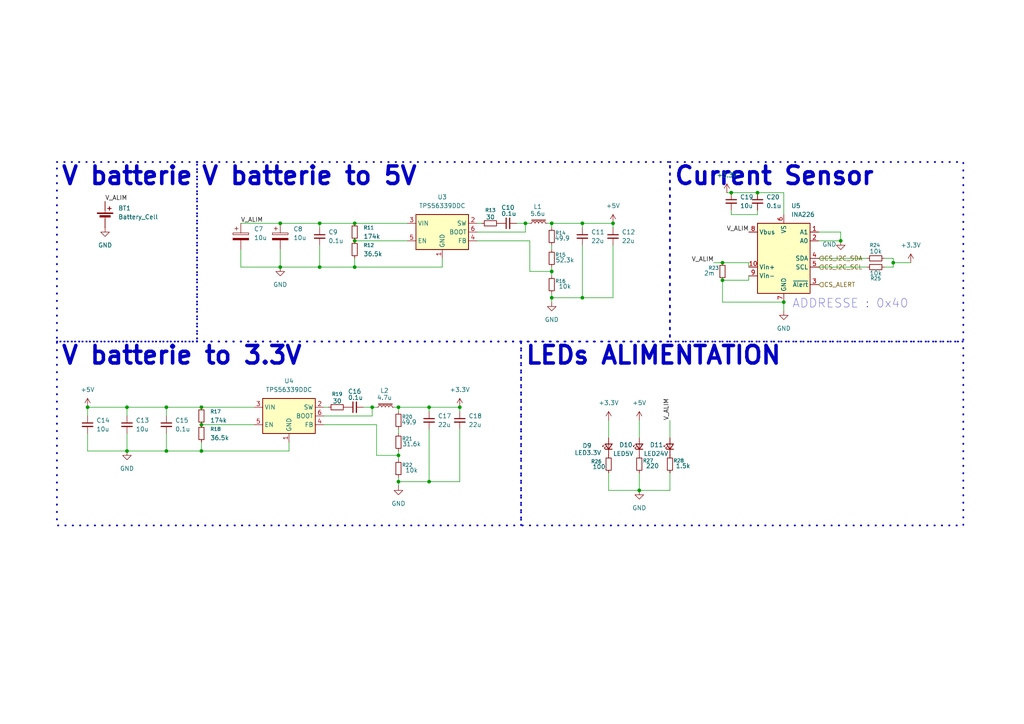
<source format=kicad_sch>
(kicad_sch
	(version 20250114)
	(generator "eeschema")
	(generator_version "9.0")
	(uuid "d76b71ce-93f5-424e-b2e3-ec2b12838f25")
	(paper "A4")
	(lib_symbols
		(symbol "Device:Battery_Cell"
			(pin_numbers
				(hide yes)
			)
			(pin_names
				(offset 0)
				(hide yes)
			)
			(exclude_from_sim no)
			(in_bom yes)
			(on_board yes)
			(property "Reference" "BT"
				(at 2.54 2.54 0)
				(effects
					(font
						(size 1.27 1.27)
					)
					(justify left)
				)
			)
			(property "Value" "Battery_Cell"
				(at 2.54 0 0)
				(effects
					(font
						(size 1.27 1.27)
					)
					(justify left)
				)
			)
			(property "Footprint" ""
				(at 0 1.524 90)
				(effects
					(font
						(size 1.27 1.27)
					)
					(hide yes)
				)
			)
			(property "Datasheet" "~"
				(at 0 1.524 90)
				(effects
					(font
						(size 1.27 1.27)
					)
					(hide yes)
				)
			)
			(property "Description" "Single-cell battery"
				(at 0 0 0)
				(effects
					(font
						(size 1.27 1.27)
					)
					(hide yes)
				)
			)
			(property "ki_keywords" "battery cell"
				(at 0 0 0)
				(effects
					(font
						(size 1.27 1.27)
					)
					(hide yes)
				)
			)
			(symbol "Battery_Cell_0_1"
				(rectangle
					(start -2.286 1.778)
					(end 2.286 1.524)
					(stroke
						(width 0)
						(type default)
					)
					(fill
						(type outline)
					)
				)
				(rectangle
					(start -1.524 1.016)
					(end 1.524 0.508)
					(stroke
						(width 0)
						(type default)
					)
					(fill
						(type outline)
					)
				)
				(polyline
					(pts
						(xy 0 1.778) (xy 0 2.54)
					)
					(stroke
						(width 0)
						(type default)
					)
					(fill
						(type none)
					)
				)
				(polyline
					(pts
						(xy 0 0.762) (xy 0 0)
					)
					(stroke
						(width 0)
						(type default)
					)
					(fill
						(type none)
					)
				)
				(polyline
					(pts
						(xy 0.762 3.048) (xy 1.778 3.048)
					)
					(stroke
						(width 0.254)
						(type default)
					)
					(fill
						(type none)
					)
				)
				(polyline
					(pts
						(xy 1.27 3.556) (xy 1.27 2.54)
					)
					(stroke
						(width 0.254)
						(type default)
					)
					(fill
						(type none)
					)
				)
			)
			(symbol "Battery_Cell_1_1"
				(pin passive line
					(at 0 5.08 270)
					(length 2.54)
					(name "+"
						(effects
							(font
								(size 1.27 1.27)
							)
						)
					)
					(number "1"
						(effects
							(font
								(size 1.27 1.27)
							)
						)
					)
				)
				(pin passive line
					(at 0 -2.54 90)
					(length 2.54)
					(name "-"
						(effects
							(font
								(size 1.27 1.27)
							)
						)
					)
					(number "2"
						(effects
							(font
								(size 1.27 1.27)
							)
						)
					)
				)
			)
			(embedded_fonts no)
		)
		(symbol "Device:C_Polarized"
			(pin_numbers
				(hide yes)
			)
			(pin_names
				(offset 0.254)
			)
			(exclude_from_sim no)
			(in_bom yes)
			(on_board yes)
			(property "Reference" "C"
				(at 0.635 2.54 0)
				(effects
					(font
						(size 1.27 1.27)
					)
					(justify left)
				)
			)
			(property "Value" "C_Polarized"
				(at 0.635 -2.54 0)
				(effects
					(font
						(size 1.27 1.27)
					)
					(justify left)
				)
			)
			(property "Footprint" ""
				(at 0.9652 -3.81 0)
				(effects
					(font
						(size 1.27 1.27)
					)
					(hide yes)
				)
			)
			(property "Datasheet" "~"
				(at 0 0 0)
				(effects
					(font
						(size 1.27 1.27)
					)
					(hide yes)
				)
			)
			(property "Description" "Polarized capacitor"
				(at 0 0 0)
				(effects
					(font
						(size 1.27 1.27)
					)
					(hide yes)
				)
			)
			(property "ki_keywords" "cap capacitor"
				(at 0 0 0)
				(effects
					(font
						(size 1.27 1.27)
					)
					(hide yes)
				)
			)
			(property "ki_fp_filters" "CP_*"
				(at 0 0 0)
				(effects
					(font
						(size 1.27 1.27)
					)
					(hide yes)
				)
			)
			(symbol "C_Polarized_0_1"
				(rectangle
					(start -2.286 0.508)
					(end 2.286 1.016)
					(stroke
						(width 0)
						(type default)
					)
					(fill
						(type none)
					)
				)
				(polyline
					(pts
						(xy -1.778 2.286) (xy -0.762 2.286)
					)
					(stroke
						(width 0)
						(type default)
					)
					(fill
						(type none)
					)
				)
				(polyline
					(pts
						(xy -1.27 2.794) (xy -1.27 1.778)
					)
					(stroke
						(width 0)
						(type default)
					)
					(fill
						(type none)
					)
				)
				(rectangle
					(start 2.286 -0.508)
					(end -2.286 -1.016)
					(stroke
						(width 0)
						(type default)
					)
					(fill
						(type outline)
					)
				)
			)
			(symbol "C_Polarized_1_1"
				(pin passive line
					(at 0 3.81 270)
					(length 2.794)
					(name "~"
						(effects
							(font
								(size 1.27 1.27)
							)
						)
					)
					(number "1"
						(effects
							(font
								(size 1.27 1.27)
							)
						)
					)
				)
				(pin passive line
					(at 0 -3.81 90)
					(length 2.794)
					(name "~"
						(effects
							(font
								(size 1.27 1.27)
							)
						)
					)
					(number "2"
						(effects
							(font
								(size 1.27 1.27)
							)
						)
					)
				)
			)
			(embedded_fonts no)
		)
		(symbol "Device:C_Small"
			(pin_numbers
				(hide yes)
			)
			(pin_names
				(offset 0.254)
				(hide yes)
			)
			(exclude_from_sim no)
			(in_bom yes)
			(on_board yes)
			(property "Reference" "C"
				(at 0.254 1.778 0)
				(effects
					(font
						(size 1.27 1.27)
					)
					(justify left)
				)
			)
			(property "Value" "C_Small"
				(at 0.254 -2.032 0)
				(effects
					(font
						(size 1.27 1.27)
					)
					(justify left)
				)
			)
			(property "Footprint" ""
				(at 0 0 0)
				(effects
					(font
						(size 1.27 1.27)
					)
					(hide yes)
				)
			)
			(property "Datasheet" "~"
				(at 0 0 0)
				(effects
					(font
						(size 1.27 1.27)
					)
					(hide yes)
				)
			)
			(property "Description" "Unpolarized capacitor, small symbol"
				(at 0 0 0)
				(effects
					(font
						(size 1.27 1.27)
					)
					(hide yes)
				)
			)
			(property "ki_keywords" "capacitor cap"
				(at 0 0 0)
				(effects
					(font
						(size 1.27 1.27)
					)
					(hide yes)
				)
			)
			(property "ki_fp_filters" "C_*"
				(at 0 0 0)
				(effects
					(font
						(size 1.27 1.27)
					)
					(hide yes)
				)
			)
			(symbol "C_Small_0_1"
				(polyline
					(pts
						(xy -1.524 0.508) (xy 1.524 0.508)
					)
					(stroke
						(width 0.3048)
						(type default)
					)
					(fill
						(type none)
					)
				)
				(polyline
					(pts
						(xy -1.524 -0.508) (xy 1.524 -0.508)
					)
					(stroke
						(width 0.3302)
						(type default)
					)
					(fill
						(type none)
					)
				)
			)
			(symbol "C_Small_1_1"
				(pin passive line
					(at 0 2.54 270)
					(length 2.032)
					(name "~"
						(effects
							(font
								(size 1.27 1.27)
							)
						)
					)
					(number "1"
						(effects
							(font
								(size 1.27 1.27)
							)
						)
					)
				)
				(pin passive line
					(at 0 -2.54 90)
					(length 2.032)
					(name "~"
						(effects
							(font
								(size 1.27 1.27)
							)
						)
					)
					(number "2"
						(effects
							(font
								(size 1.27 1.27)
							)
						)
					)
				)
			)
			(embedded_fonts no)
		)
		(symbol "Device:LED_Small"
			(pin_numbers
				(hide yes)
			)
			(pin_names
				(offset 0.254)
				(hide yes)
			)
			(exclude_from_sim no)
			(in_bom yes)
			(on_board yes)
			(property "Reference" "D"
				(at -1.27 3.175 0)
				(effects
					(font
						(size 1.27 1.27)
					)
					(justify left)
				)
			)
			(property "Value" "LED_Small"
				(at -4.445 -2.54 0)
				(effects
					(font
						(size 1.27 1.27)
					)
					(justify left)
				)
			)
			(property "Footprint" ""
				(at 0 0 90)
				(effects
					(font
						(size 1.27 1.27)
					)
					(hide yes)
				)
			)
			(property "Datasheet" "~"
				(at 0 0 90)
				(effects
					(font
						(size 1.27 1.27)
					)
					(hide yes)
				)
			)
			(property "Description" "Light emitting diode, small symbol"
				(at 0 0 0)
				(effects
					(font
						(size 1.27 1.27)
					)
					(hide yes)
				)
			)
			(property "Sim.Pin" "1=K 2=A"
				(at 0 0 0)
				(effects
					(font
						(size 1.27 1.27)
					)
					(hide yes)
				)
			)
			(property "ki_keywords" "LED diode light-emitting-diode"
				(at 0 0 0)
				(effects
					(font
						(size 1.27 1.27)
					)
					(hide yes)
				)
			)
			(property "ki_fp_filters" "LED* LED_SMD:* LED_THT:*"
				(at 0 0 0)
				(effects
					(font
						(size 1.27 1.27)
					)
					(hide yes)
				)
			)
			(symbol "LED_Small_0_1"
				(polyline
					(pts
						(xy -0.762 -1.016) (xy -0.762 1.016)
					)
					(stroke
						(width 0.254)
						(type default)
					)
					(fill
						(type none)
					)
				)
				(polyline
					(pts
						(xy 0 0.762) (xy -0.508 1.27) (xy -0.254 1.27) (xy -0.508 1.27) (xy -0.508 1.016)
					)
					(stroke
						(width 0)
						(type default)
					)
					(fill
						(type none)
					)
				)
				(polyline
					(pts
						(xy 0.508 1.27) (xy 0 1.778) (xy 0.254 1.778) (xy 0 1.778) (xy 0 1.524)
					)
					(stroke
						(width 0)
						(type default)
					)
					(fill
						(type none)
					)
				)
				(polyline
					(pts
						(xy 0.762 -1.016) (xy -0.762 0) (xy 0.762 1.016) (xy 0.762 -1.016)
					)
					(stroke
						(width 0.254)
						(type default)
					)
					(fill
						(type none)
					)
				)
				(polyline
					(pts
						(xy 1.016 0) (xy -0.762 0)
					)
					(stroke
						(width 0)
						(type default)
					)
					(fill
						(type none)
					)
				)
			)
			(symbol "LED_Small_1_1"
				(pin passive line
					(at -2.54 0 0)
					(length 1.778)
					(name "K"
						(effects
							(font
								(size 1.27 1.27)
							)
						)
					)
					(number "1"
						(effects
							(font
								(size 1.27 1.27)
							)
						)
					)
				)
				(pin passive line
					(at 2.54 0 180)
					(length 1.778)
					(name "A"
						(effects
							(font
								(size 1.27 1.27)
							)
						)
					)
					(number "2"
						(effects
							(font
								(size 1.27 1.27)
							)
						)
					)
				)
			)
			(embedded_fonts no)
		)
		(symbol "Device:L_Iron_Small"
			(pin_numbers
				(hide yes)
			)
			(pin_names
				(offset 0.254)
				(hide yes)
			)
			(exclude_from_sim no)
			(in_bom yes)
			(on_board yes)
			(property "Reference" "L"
				(at 1.27 1.016 0)
				(effects
					(font
						(size 1.27 1.27)
					)
					(justify left)
				)
			)
			(property "Value" "L_Iron_Small"
				(at 1.27 -1.27 0)
				(effects
					(font
						(size 1.27 1.27)
					)
					(justify left)
				)
			)
			(property "Footprint" ""
				(at 0 0 0)
				(effects
					(font
						(size 1.27 1.27)
					)
					(hide yes)
				)
			)
			(property "Datasheet" "~"
				(at 0 0 0)
				(effects
					(font
						(size 1.27 1.27)
					)
					(hide yes)
				)
			)
			(property "Description" "Inductor with iron core, small symbol"
				(at 0 0 0)
				(effects
					(font
						(size 1.27 1.27)
					)
					(hide yes)
				)
			)
			(property "ki_keywords" "inductor choke coil reactor magnetic"
				(at 0 0 0)
				(effects
					(font
						(size 1.27 1.27)
					)
					(hide yes)
				)
			)
			(property "ki_fp_filters" "Choke_* *Coil* Inductor_* L_*"
				(at 0 0 0)
				(effects
					(font
						(size 1.27 1.27)
					)
					(hide yes)
				)
			)
			(symbol "L_Iron_Small_0_1"
				(arc
					(start 0 2.032)
					(mid 0.5058 1.524)
					(end 0 1.016)
					(stroke
						(width 0)
						(type default)
					)
					(fill
						(type none)
					)
				)
				(arc
					(start 0 1.016)
					(mid 0.5058 0.508)
					(end 0 0)
					(stroke
						(width 0)
						(type default)
					)
					(fill
						(type none)
					)
				)
				(arc
					(start 0 0)
					(mid 0.5058 -0.508)
					(end 0 -1.016)
					(stroke
						(width 0)
						(type default)
					)
					(fill
						(type none)
					)
				)
				(arc
					(start 0 -1.016)
					(mid 0.5058 -1.524)
					(end 0 -2.032)
					(stroke
						(width 0)
						(type default)
					)
					(fill
						(type none)
					)
				)
				(polyline
					(pts
						(xy 0.762 2.032) (xy 0.762 -2.032)
					)
					(stroke
						(width 0)
						(type default)
					)
					(fill
						(type none)
					)
				)
				(polyline
					(pts
						(xy 1.016 -2.032) (xy 1.016 2.032)
					)
					(stroke
						(width 0)
						(type default)
					)
					(fill
						(type none)
					)
				)
			)
			(symbol "L_Iron_Small_1_1"
				(pin passive line
					(at 0 2.54 270)
					(length 0.508)
					(name "~"
						(effects
							(font
								(size 1.27 1.27)
							)
						)
					)
					(number "1"
						(effects
							(font
								(size 1.27 1.27)
							)
						)
					)
				)
				(pin passive line
					(at 0 -2.54 90)
					(length 0.508)
					(name "~"
						(effects
							(font
								(size 1.27 1.27)
							)
						)
					)
					(number "2"
						(effects
							(font
								(size 1.27 1.27)
							)
						)
					)
				)
			)
			(embedded_fonts no)
		)
		(symbol "Device:R_Small"
			(pin_numbers
				(hide yes)
			)
			(pin_names
				(offset 0.254)
				(hide yes)
			)
			(exclude_from_sim no)
			(in_bom yes)
			(on_board yes)
			(property "Reference" "R"
				(at 0 0 90)
				(effects
					(font
						(size 1.016 1.016)
					)
				)
			)
			(property "Value" "R_Small"
				(at 1.778 0 90)
				(effects
					(font
						(size 1.27 1.27)
					)
				)
			)
			(property "Footprint" ""
				(at 0 0 0)
				(effects
					(font
						(size 1.27 1.27)
					)
					(hide yes)
				)
			)
			(property "Datasheet" "~"
				(at 0 0 0)
				(effects
					(font
						(size 1.27 1.27)
					)
					(hide yes)
				)
			)
			(property "Description" "Resistor, small symbol"
				(at 0 0 0)
				(effects
					(font
						(size 1.27 1.27)
					)
					(hide yes)
				)
			)
			(property "ki_keywords" "R resistor"
				(at 0 0 0)
				(effects
					(font
						(size 1.27 1.27)
					)
					(hide yes)
				)
			)
			(property "ki_fp_filters" "R_*"
				(at 0 0 0)
				(effects
					(font
						(size 1.27 1.27)
					)
					(hide yes)
				)
			)
			(symbol "R_Small_0_1"
				(rectangle
					(start -0.762 1.778)
					(end 0.762 -1.778)
					(stroke
						(width 0.2032)
						(type default)
					)
					(fill
						(type none)
					)
				)
			)
			(symbol "R_Small_1_1"
				(pin passive line
					(at 0 2.54 270)
					(length 0.762)
					(name "~"
						(effects
							(font
								(size 1.27 1.27)
							)
						)
					)
					(number "1"
						(effects
							(font
								(size 1.27 1.27)
							)
						)
					)
				)
				(pin passive line
					(at 0 -2.54 90)
					(length 0.762)
					(name "~"
						(effects
							(font
								(size 1.27 1.27)
							)
						)
					)
					(number "2"
						(effects
							(font
								(size 1.27 1.27)
							)
						)
					)
				)
			)
			(embedded_fonts no)
		)
		(symbol "Regulator_Switching:TPS56339DDC"
			(exclude_from_sim no)
			(in_bom yes)
			(on_board yes)
			(property "Reference" "U"
				(at -7.62 6.35 0)
				(effects
					(font
						(size 1.27 1.27)
					)
					(justify left)
				)
			)
			(property "Value" "TPS56339DDC"
				(at -2.54 6.35 0)
				(effects
					(font
						(size 1.27 1.27)
					)
					(justify left)
				)
			)
			(property "Footprint" "Package_TO_SOT_SMD:SOT-23-6"
				(at 1.27 -6.35 0)
				(effects
					(font
						(size 1.27 1.27)
					)
					(justify left)
					(hide yes)
				)
			)
			(property "Datasheet" "https://www.ti.com/lit/ds/symlink/tps56339.pdf"
				(at 0 0 0)
				(effects
					(font
						(size 1.27 1.27)
					)
					(hide yes)
				)
			)
			(property "Description" "4.5V to 24V Input, 3-A Output Synchronous Buck Converter, SOT-23-6"
				(at 0 0 0)
				(effects
					(font
						(size 1.27 1.27)
					)
					(hide yes)
				)
			)
			(property "ki_keywords" "step-down dcdc voltage regulator"
				(at 0 0 0)
				(effects
					(font
						(size 1.27 1.27)
					)
					(hide yes)
				)
			)
			(property "ki_fp_filters" "SOT?23*"
				(at 0 0 0)
				(effects
					(font
						(size 1.27 1.27)
					)
					(hide yes)
				)
			)
			(symbol "TPS56339DDC_0_1"
				(rectangle
					(start -7.62 5.08)
					(end 7.62 -5.08)
					(stroke
						(width 0.254)
						(type default)
					)
					(fill
						(type background)
					)
				)
			)
			(symbol "TPS56339DDC_1_1"
				(pin power_in line
					(at -10.16 2.54 0)
					(length 2.54)
					(name "VIN"
						(effects
							(font
								(size 1.27 1.27)
							)
						)
					)
					(number "3"
						(effects
							(font
								(size 1.27 1.27)
							)
						)
					)
				)
				(pin input line
					(at -10.16 -2.54 0)
					(length 2.54)
					(name "EN"
						(effects
							(font
								(size 1.27 1.27)
							)
						)
					)
					(number "5"
						(effects
							(font
								(size 1.27 1.27)
							)
						)
					)
				)
				(pin power_in line
					(at 0 -7.62 90)
					(length 2.54)
					(name "GND"
						(effects
							(font
								(size 1.27 1.27)
							)
						)
					)
					(number "1"
						(effects
							(font
								(size 1.27 1.27)
							)
						)
					)
				)
				(pin power_out line
					(at 10.16 2.54 180)
					(length 2.54)
					(name "SW"
						(effects
							(font
								(size 1.27 1.27)
							)
						)
					)
					(number "2"
						(effects
							(font
								(size 1.27 1.27)
							)
						)
					)
				)
				(pin passive line
					(at 10.16 0 180)
					(length 2.54)
					(name "BOOT"
						(effects
							(font
								(size 1.27 1.27)
							)
						)
					)
					(number "6"
						(effects
							(font
								(size 1.27 1.27)
							)
						)
					)
				)
				(pin input line
					(at 10.16 -2.54 180)
					(length 2.54)
					(name "FB"
						(effects
							(font
								(size 1.27 1.27)
							)
						)
					)
					(number "4"
						(effects
							(font
								(size 1.27 1.27)
							)
						)
					)
				)
			)
			(embedded_fonts no)
		)
		(symbol "Sensor_Energy:INA226"
			(exclude_from_sim no)
			(in_bom yes)
			(on_board yes)
			(property "Reference" "U"
				(at -6.35 11.43 0)
				(effects
					(font
						(size 1.27 1.27)
					)
				)
			)
			(property "Value" "INA226"
				(at 3.81 11.43 0)
				(effects
					(font
						(size 1.27 1.27)
					)
				)
			)
			(property "Footprint" "Package_SO:VSSOP-10_3x3mm_P0.5mm"
				(at 20.32 -11.43 0)
				(effects
					(font
						(size 1.27 1.27)
					)
					(hide yes)
				)
			)
			(property "Datasheet" "http://www.ti.com/lit/ds/symlink/ina226.pdf"
				(at 8.89 -2.54 0)
				(effects
					(font
						(size 1.27 1.27)
					)
					(hide yes)
				)
			)
			(property "Description" "High-Side or Low-Side Measurement, Bi-Directional Current and Power Monitor (0-36V) with I2C Compatible Interface, VSSOP-10"
				(at 0 0 0)
				(effects
					(font
						(size 1.27 1.27)
					)
					(hide yes)
				)
			)
			(property "ki_keywords" "ADC I2C 16-Bit Oversampling Current Shunt"
				(at 0 0 0)
				(effects
					(font
						(size 1.27 1.27)
					)
					(hide yes)
				)
			)
			(property "ki_fp_filters" "VSSOP*3x3mm*P0.5mm*"
				(at 0 0 0)
				(effects
					(font
						(size 1.27 1.27)
					)
					(hide yes)
				)
			)
			(symbol "INA226_0_1"
				(rectangle
					(start 7.62 10.16)
					(end -7.62 -10.16)
					(stroke
						(width 0.254)
						(type default)
					)
					(fill
						(type background)
					)
				)
			)
			(symbol "INA226_1_1"
				(pin input line
					(at -10.16 7.62 0)
					(length 2.54)
					(name "Vbus"
						(effects
							(font
								(size 1.27 1.27)
							)
						)
					)
					(number "8"
						(effects
							(font
								(size 1.27 1.27)
							)
						)
					)
				)
				(pin input line
					(at -10.16 -2.54 0)
					(length 2.54)
					(name "Vin+"
						(effects
							(font
								(size 1.27 1.27)
							)
						)
					)
					(number "10"
						(effects
							(font
								(size 1.27 1.27)
							)
						)
					)
				)
				(pin input line
					(at -10.16 -5.08 0)
					(length 2.54)
					(name "Vin-"
						(effects
							(font
								(size 1.27 1.27)
							)
						)
					)
					(number "9"
						(effects
							(font
								(size 1.27 1.27)
							)
						)
					)
				)
				(pin power_in line
					(at 0 12.7 270)
					(length 2.54)
					(name "VS"
						(effects
							(font
								(size 1.27 1.27)
							)
						)
					)
					(number "6"
						(effects
							(font
								(size 1.27 1.27)
							)
						)
					)
				)
				(pin power_in line
					(at 0 -12.7 90)
					(length 2.54)
					(name "GND"
						(effects
							(font
								(size 1.27 1.27)
							)
						)
					)
					(number "7"
						(effects
							(font
								(size 1.27 1.27)
							)
						)
					)
				)
				(pin input line
					(at 10.16 7.62 180)
					(length 2.54)
					(name "A1"
						(effects
							(font
								(size 1.27 1.27)
							)
						)
					)
					(number "1"
						(effects
							(font
								(size 1.27 1.27)
							)
						)
					)
				)
				(pin input line
					(at 10.16 5.08 180)
					(length 2.54)
					(name "A0"
						(effects
							(font
								(size 1.27 1.27)
							)
						)
					)
					(number "2"
						(effects
							(font
								(size 1.27 1.27)
							)
						)
					)
				)
				(pin bidirectional line
					(at 10.16 0 180)
					(length 2.54)
					(name "SDA"
						(effects
							(font
								(size 1.27 1.27)
							)
						)
					)
					(number "4"
						(effects
							(font
								(size 1.27 1.27)
							)
						)
					)
				)
				(pin input line
					(at 10.16 -2.54 180)
					(length 2.54)
					(name "SCL"
						(effects
							(font
								(size 1.27 1.27)
							)
						)
					)
					(number "5"
						(effects
							(font
								(size 1.27 1.27)
							)
						)
					)
				)
				(pin open_collector line
					(at 10.16 -7.62 180)
					(length 2.54)
					(name "~{Alert}"
						(effects
							(font
								(size 1.27 1.27)
							)
						)
					)
					(number "3"
						(effects
							(font
								(size 1.27 1.27)
							)
						)
					)
				)
			)
			(embedded_fonts no)
		)
		(symbol "power:+3.3V"
			(power)
			(pin_numbers
				(hide yes)
			)
			(pin_names
				(offset 0)
				(hide yes)
			)
			(exclude_from_sim no)
			(in_bom yes)
			(on_board yes)
			(property "Reference" "#PWR"
				(at 0 -3.81 0)
				(effects
					(font
						(size 1.27 1.27)
					)
					(hide yes)
				)
			)
			(property "Value" "+3.3V"
				(at 0 3.556 0)
				(effects
					(font
						(size 1.27 1.27)
					)
				)
			)
			(property "Footprint" ""
				(at 0 0 0)
				(effects
					(font
						(size 1.27 1.27)
					)
					(hide yes)
				)
			)
			(property "Datasheet" ""
				(at 0 0 0)
				(effects
					(font
						(size 1.27 1.27)
					)
					(hide yes)
				)
			)
			(property "Description" "Power symbol creates a global label with name \"+3.3V\""
				(at 0 0 0)
				(effects
					(font
						(size 1.27 1.27)
					)
					(hide yes)
				)
			)
			(property "ki_keywords" "global power"
				(at 0 0 0)
				(effects
					(font
						(size 1.27 1.27)
					)
					(hide yes)
				)
			)
			(symbol "+3.3V_0_1"
				(polyline
					(pts
						(xy -0.762 1.27) (xy 0 2.54)
					)
					(stroke
						(width 0)
						(type default)
					)
					(fill
						(type none)
					)
				)
				(polyline
					(pts
						(xy 0 2.54) (xy 0.762 1.27)
					)
					(stroke
						(width 0)
						(type default)
					)
					(fill
						(type none)
					)
				)
				(polyline
					(pts
						(xy 0 0) (xy 0 2.54)
					)
					(stroke
						(width 0)
						(type default)
					)
					(fill
						(type none)
					)
				)
			)
			(symbol "+3.3V_1_1"
				(pin power_in line
					(at 0 0 90)
					(length 0)
					(name "~"
						(effects
							(font
								(size 1.27 1.27)
							)
						)
					)
					(number "1"
						(effects
							(font
								(size 1.27 1.27)
							)
						)
					)
				)
			)
			(embedded_fonts no)
		)
		(symbol "power:+5V"
			(power)
			(pin_numbers
				(hide yes)
			)
			(pin_names
				(offset 0)
				(hide yes)
			)
			(exclude_from_sim no)
			(in_bom yes)
			(on_board yes)
			(property "Reference" "#PWR"
				(at 0 -3.81 0)
				(effects
					(font
						(size 1.27 1.27)
					)
					(hide yes)
				)
			)
			(property "Value" "+5V"
				(at 0 3.556 0)
				(effects
					(font
						(size 1.27 1.27)
					)
				)
			)
			(property "Footprint" ""
				(at 0 0 0)
				(effects
					(font
						(size 1.27 1.27)
					)
					(hide yes)
				)
			)
			(property "Datasheet" ""
				(at 0 0 0)
				(effects
					(font
						(size 1.27 1.27)
					)
					(hide yes)
				)
			)
			(property "Description" "Power symbol creates a global label with name \"+5V\""
				(at 0 0 0)
				(effects
					(font
						(size 1.27 1.27)
					)
					(hide yes)
				)
			)
			(property "ki_keywords" "global power"
				(at 0 0 0)
				(effects
					(font
						(size 1.27 1.27)
					)
					(hide yes)
				)
			)
			(symbol "+5V_0_1"
				(polyline
					(pts
						(xy -0.762 1.27) (xy 0 2.54)
					)
					(stroke
						(width 0)
						(type default)
					)
					(fill
						(type none)
					)
				)
				(polyline
					(pts
						(xy 0 2.54) (xy 0.762 1.27)
					)
					(stroke
						(width 0)
						(type default)
					)
					(fill
						(type none)
					)
				)
				(polyline
					(pts
						(xy 0 0) (xy 0 2.54)
					)
					(stroke
						(width 0)
						(type default)
					)
					(fill
						(type none)
					)
				)
			)
			(symbol "+5V_1_1"
				(pin power_in line
					(at 0 0 90)
					(length 0)
					(name "~"
						(effects
							(font
								(size 1.27 1.27)
							)
						)
					)
					(number "1"
						(effects
							(font
								(size 1.27 1.27)
							)
						)
					)
				)
			)
			(embedded_fonts no)
		)
		(symbol "power:GND"
			(power)
			(pin_numbers
				(hide yes)
			)
			(pin_names
				(offset 0)
				(hide yes)
			)
			(exclude_from_sim no)
			(in_bom yes)
			(on_board yes)
			(property "Reference" "#PWR"
				(at 0 -6.35 0)
				(effects
					(font
						(size 1.27 1.27)
					)
					(hide yes)
				)
			)
			(property "Value" "GND"
				(at 0 -3.81 0)
				(effects
					(font
						(size 1.27 1.27)
					)
				)
			)
			(property "Footprint" ""
				(at 0 0 0)
				(effects
					(font
						(size 1.27 1.27)
					)
					(hide yes)
				)
			)
			(property "Datasheet" ""
				(at 0 0 0)
				(effects
					(font
						(size 1.27 1.27)
					)
					(hide yes)
				)
			)
			(property "Description" "Power symbol creates a global label with name \"GND\" , ground"
				(at 0 0 0)
				(effects
					(font
						(size 1.27 1.27)
					)
					(hide yes)
				)
			)
			(property "ki_keywords" "global power"
				(at 0 0 0)
				(effects
					(font
						(size 1.27 1.27)
					)
					(hide yes)
				)
			)
			(symbol "GND_0_1"
				(polyline
					(pts
						(xy 0 0) (xy 0 -1.27) (xy 1.27 -1.27) (xy 0 -2.54) (xy -1.27 -1.27) (xy 0 -1.27)
					)
					(stroke
						(width 0)
						(type default)
					)
					(fill
						(type none)
					)
				)
			)
			(symbol "GND_1_1"
				(pin power_in line
					(at 0 0 270)
					(length 0)
					(name "~"
						(effects
							(font
								(size 1.27 1.27)
							)
						)
					)
					(number "1"
						(effects
							(font
								(size 1.27 1.27)
							)
						)
					)
				)
			)
			(embedded_fonts no)
		)
	)
	(text "ADDRESSE : 0x40"
		(exclude_from_sim no)
		(at 246.634 88.138 0)
		(effects
			(font
				(size 2.54 2.54)
				(thickness 0.0051)
				(bold yes)
			)
		)
		(uuid "65e53009-404b-4fdf-a0f3-96d2795bba88")
	)
	(text_box "V batterie to 3.3V"
		(exclude_from_sim no)
		(at 16.51 99.06 0)
		(size 134.62 53.34)
		(margins 0.9525 0.9525 0.9525 0.9525)
		(stroke
			(width 0.508)
			(type dot)
		)
		(fill
			(type none)
		)
		(effects
			(font
				(size 5.08 5.08)
				(thickness 1.016)
				(bold yes)
			)
			(justify left top)
		)
		(uuid "0431e86f-16e7-4c89-8afb-8e135ab4b798")
	)
	(text_box "V batterie to 5V"
		(exclude_from_sim no)
		(at 57.15 46.99 0)
		(size 137.16 52.07)
		(margins 0.9525 0.9525 0.9525 0.9525)
		(stroke
			(width 0.508)
			(type dot)
		)
		(fill
			(type none)
		)
		(effects
			(font
				(size 5.08 5.08)
				(thickness 1.016)
				(bold yes)
			)
			(justify left top)
		)
		(uuid "86ef2999-f701-4df3-8084-0ea436b4a666")
	)
	(text_box "LEDs ALIMENTATION"
		(exclude_from_sim no)
		(at 151.13 99.06 0)
		(size 128.27 53.34)
		(margins 0.9525 0.9525 0.9525 0.9525)
		(stroke
			(width 0.508)
			(type dot)
		)
		(fill
			(type none)
		)
		(effects
			(font
				(size 5.08 5.08)
				(thickness 1.016)
				(bold yes)
			)
			(justify left top)
		)
		(uuid "8c1519d2-136d-4f09-a3ee-e58342523a1d")
	)
	(text_box "V batterie"
		(exclude_from_sim no)
		(at 16.51 46.99 0)
		(size 40.64 52.07)
		(margins 0.9525 0.9525 0.9525 0.9525)
		(stroke
			(width 0.508)
			(type dot)
		)
		(fill
			(type none)
		)
		(effects
			(font
				(size 5.08 5.08)
				(thickness 1.016)
				(bold yes)
			)
			(justify left top)
		)
		(uuid "e55631f3-74a8-4f84-87ae-63466a360cca")
	)
	(text_box "Current Sensor"
		(exclude_from_sim no)
		(at 194.31 46.99 0)
		(size 85.09 52.07)
		(margins 0.9525 0.9525 0.9525 0.9525)
		(stroke
			(width 0.508)
			(type dot)
		)
		(fill
			(type none)
		)
		(effects
			(font
				(size 5.08 5.08)
				(thickness 1.016)
				(bold yes)
			)
			(justify left top)
		)
		(uuid "e5c57f0c-418c-432c-860c-a60b5e5d5f4a")
	)
	(junction
		(at 58.42 118.11)
		(diameter 0)
		(color 0 0 0 0)
		(uuid "0caefaf9-88e1-4ee7-9769-e2c19191654e")
	)
	(junction
		(at 48.26 118.11)
		(diameter 0)
		(color 0 0 0 0)
		(uuid "1982dfde-2734-4eef-9f62-1fb67fc3cab5")
	)
	(junction
		(at 227.33 87.63)
		(diameter 0)
		(color 0 0 0 0)
		(uuid "1cb0c171-4378-4f53-83d8-c955bfd5ce29")
	)
	(junction
		(at 92.71 64.77)
		(diameter 0)
		(color 0 0 0 0)
		(uuid "215fdc33-fdcd-42ce-80a9-b074b956fd97")
	)
	(junction
		(at 36.83 118.11)
		(diameter 0)
		(color 0 0 0 0)
		(uuid "2389959f-22d0-44c3-ab92-5ddd192a3b8f")
	)
	(junction
		(at 168.91 64.77)
		(diameter 0)
		(color 0 0 0 0)
		(uuid "2468e769-aaf6-4e16-8e85-3f739a9b5278")
	)
	(junction
		(at 160.02 64.77)
		(diameter 0)
		(color 0 0 0 0)
		(uuid "24f8f975-c939-45fe-95d8-de7c62a0b393")
	)
	(junction
		(at 168.91 86.36)
		(diameter 0)
		(color 0 0 0 0)
		(uuid "25d19d33-b7b1-4060-ad0d-3448a2d196f5")
	)
	(junction
		(at 243.84 69.85)
		(diameter 0)
		(color 0 0 0 0)
		(uuid "2b15865e-90b3-4c34-9ebb-c0543b158238")
	)
	(junction
		(at 259.08 76.2)
		(diameter 0)
		(color 0 0 0 0)
		(uuid "3894a5d4-999a-4343-856c-f318fa19d35c")
	)
	(junction
		(at 115.57 139.7)
		(diameter 0)
		(color 0 0 0 0)
		(uuid "3e266c66-53d9-4f5a-b23f-bc087749beaa")
	)
	(junction
		(at 115.57 132.08)
		(diameter 0)
		(color 0 0 0 0)
		(uuid "4e7dd2c8-3e8a-4200-b88d-bcfc248b8293")
	)
	(junction
		(at 152.4 64.77)
		(diameter 0)
		(color 0 0 0 0)
		(uuid "53da9275-0ef1-4086-937a-b49130fc1f60")
	)
	(junction
		(at 160.02 78.74)
		(diameter 0)
		(color 0 0 0 0)
		(uuid "54214bee-d38a-4b94-b299-4d5135def505")
	)
	(junction
		(at 92.71 77.47)
		(diameter 0)
		(color 0 0 0 0)
		(uuid "6cddf6d0-b18e-42d3-a501-a04a2793e59e")
	)
	(junction
		(at 81.28 77.47)
		(diameter 0)
		(color 0 0 0 0)
		(uuid "6d918246-449d-4296-ae34-da07f711fb90")
	)
	(junction
		(at 124.46 118.11)
		(diameter 0)
		(color 0 0 0 0)
		(uuid "849745b0-271b-490f-ac2f-e00e335eaa7d")
	)
	(junction
		(at 219.71 55.88)
		(diameter 0)
		(color 0 0 0 0)
		(uuid "89a54dc0-6763-4ba6-8d41-e0c812137ee8")
	)
	(junction
		(at 58.42 123.19)
		(diameter 0)
		(color 0 0 0 0)
		(uuid "a27d5f2e-5977-40a8-ab9f-d351fe70f477")
	)
	(junction
		(at 160.02 86.36)
		(diameter 0)
		(color 0 0 0 0)
		(uuid "a7a6916e-4bbf-4522-930e-3ba26bdab164")
	)
	(junction
		(at 107.95 118.11)
		(diameter 0)
		(color 0 0 0 0)
		(uuid "ab06af2d-0cab-4190-95eb-c38b4908368c")
	)
	(junction
		(at 185.42 142.24)
		(diameter 0)
		(color 0 0 0 0)
		(uuid "b03f1285-647a-4423-bf57-138b05c65771")
	)
	(junction
		(at 133.35 118.11)
		(diameter 0)
		(color 0 0 0 0)
		(uuid "bcd23ec3-5d27-41ca-9dbf-5fad73db0013")
	)
	(junction
		(at 177.8 64.77)
		(diameter 0)
		(color 0 0 0 0)
		(uuid "c38f4de1-6a2e-4875-9575-92f9d5766525")
	)
	(junction
		(at 102.87 77.47)
		(diameter 0)
		(color 0 0 0 0)
		(uuid "c929bfb9-ebcd-47a9-8ae9-49c0e08c9dcd")
	)
	(junction
		(at 115.57 118.11)
		(diameter 0)
		(color 0 0 0 0)
		(uuid "ca1a8bbf-710d-4b97-a0cd-aaae9b405000")
	)
	(junction
		(at 58.42 130.81)
		(diameter 0)
		(color 0 0 0 0)
		(uuid "cc967736-c696-4c08-b06e-f4af333d812a")
	)
	(junction
		(at 48.26 130.81)
		(diameter 0)
		(color 0 0 0 0)
		(uuid "cd7bc7ef-4777-49e6-8880-f4383471a00d")
	)
	(junction
		(at 102.87 64.77)
		(diameter 0)
		(color 0 0 0 0)
		(uuid "d338d6fe-7c18-4a0b-9188-a7ad6daec0ee")
	)
	(junction
		(at 102.87 69.85)
		(diameter 0)
		(color 0 0 0 0)
		(uuid "d48fcdbb-5a6b-4e5b-95ce-dc6bb6bd1b68")
	)
	(junction
		(at 209.55 76.2)
		(diameter 0)
		(color 0 0 0 0)
		(uuid "db1cf3cb-254d-4e52-95fe-65a2f4cee62d")
	)
	(junction
		(at 25.4 118.11)
		(diameter 0)
		(color 0 0 0 0)
		(uuid "e54dabd4-b6a5-4928-a3ea-c0e835ad0d2a")
	)
	(junction
		(at 209.55 81.28)
		(diameter 0)
		(color 0 0 0 0)
		(uuid "e63b876c-7ca8-405d-b894-32258c9cd860")
	)
	(junction
		(at 212.09 55.88)
		(diameter 0)
		(color 0 0 0 0)
		(uuid "e8f7cebc-9167-458a-847d-b26b1f79dc2d")
	)
	(junction
		(at 81.28 64.77)
		(diameter 0)
		(color 0 0 0 0)
		(uuid "eecfe03b-db02-455e-99f4-078543cecaae")
	)
	(junction
		(at 124.46 139.7)
		(diameter 0)
		(color 0 0 0 0)
		(uuid "ef7679c5-0a79-45c1-a062-5a39e4e6de61")
	)
	(junction
		(at 36.83 130.81)
		(diameter 0)
		(color 0 0 0 0)
		(uuid "f5160d93-fd2e-4f90-a7cd-026d59400271")
	)
	(wire
		(pts
			(xy 237.49 67.31) (xy 243.84 67.31)
		)
		(stroke
			(width 0)
			(type default)
		)
		(uuid "06f7e2aa-ab28-43eb-bc53-2dcfbcf0764a")
	)
	(wire
		(pts
			(xy 58.42 130.81) (xy 48.26 130.81)
		)
		(stroke
			(width 0)
			(type default)
		)
		(uuid "0a55479b-24fe-458a-8a55-f3b1aa290e93")
	)
	(wire
		(pts
			(xy 133.35 139.7) (xy 124.46 139.7)
		)
		(stroke
			(width 0)
			(type default)
		)
		(uuid "0b80b069-2f50-4d3e-887c-fc41098294da")
	)
	(wire
		(pts
			(xy 217.17 80.01) (xy 217.17 81.28)
		)
		(stroke
			(width 0)
			(type default)
		)
		(uuid "1014afa4-4ee9-4139-9d56-ca15e852528b")
	)
	(wire
		(pts
			(xy 81.28 72.39) (xy 81.28 77.47)
		)
		(stroke
			(width 0)
			(type default)
		)
		(uuid "10b743d9-3614-40b2-89a3-80eb149c9e9f")
	)
	(wire
		(pts
			(xy 93.98 120.65) (xy 107.95 120.65)
		)
		(stroke
			(width 0)
			(type default)
		)
		(uuid "11500a3f-560d-4846-9c75-52b34440f0db")
	)
	(wire
		(pts
			(xy 227.33 62.23) (xy 227.33 55.88)
		)
		(stroke
			(width 0)
			(type default)
		)
		(uuid "15bc63bc-1f38-4119-8cef-3bd95b68561b")
	)
	(wire
		(pts
			(xy 185.42 127) (xy 185.42 121.92)
		)
		(stroke
			(width 0)
			(type default)
		)
		(uuid "1895d03c-9678-4474-8ba0-4939b6cb146e")
	)
	(wire
		(pts
			(xy 115.57 138.43) (xy 115.57 139.7)
		)
		(stroke
			(width 0)
			(type default)
		)
		(uuid "1a504afc-3383-4a8c-977b-ad2a64f1bfab")
	)
	(wire
		(pts
			(xy 109.22 132.08) (xy 115.57 132.08)
		)
		(stroke
			(width 0)
			(type default)
		)
		(uuid "1b2445eb-b575-4c1b-8f10-749d848684c0")
	)
	(wire
		(pts
			(xy 107.95 118.11) (xy 105.41 118.11)
		)
		(stroke
			(width 0)
			(type default)
		)
		(uuid "2010d9ca-90e5-42f6-ae38-264a64897ff7")
	)
	(wire
		(pts
			(xy 36.83 130.81) (xy 25.4 130.81)
		)
		(stroke
			(width 0)
			(type default)
		)
		(uuid "29062379-229d-4726-97a8-a37e45997e08")
	)
	(wire
		(pts
			(xy 237.49 74.93) (xy 251.46 74.93)
		)
		(stroke
			(width 0)
			(type default)
		)
		(uuid "2a2e42ba-88ef-4149-9c82-eee923572928")
	)
	(wire
		(pts
			(xy 160.02 85.09) (xy 160.02 86.36)
		)
		(stroke
			(width 0)
			(type default)
		)
		(uuid "2a8792cf-a894-44c8-99fd-d856e4b8d632")
	)
	(wire
		(pts
			(xy 256.54 74.93) (xy 259.08 74.93)
		)
		(stroke
			(width 0)
			(type default)
		)
		(uuid "2efb3a1f-7f19-4435-8a9d-048c92c78bd0")
	)
	(wire
		(pts
			(xy 124.46 124.46) (xy 124.46 139.7)
		)
		(stroke
			(width 0)
			(type default)
		)
		(uuid "2f66d488-8c15-4ca1-a6ce-849e92cbfd82")
	)
	(wire
		(pts
			(xy 48.26 125.73) (xy 48.26 130.81)
		)
		(stroke
			(width 0)
			(type default)
		)
		(uuid "304346c5-80e5-4fe0-98bf-7e24aaba8736")
	)
	(wire
		(pts
			(xy 153.67 69.85) (xy 153.67 78.74)
		)
		(stroke
			(width 0)
			(type default)
		)
		(uuid "35846aa8-bdce-462e-93f6-c9835697535f")
	)
	(wire
		(pts
			(xy 237.49 69.85) (xy 243.84 69.85)
		)
		(stroke
			(width 0)
			(type default)
		)
		(uuid "3bd66323-1137-4f7a-97c8-fbe7b3053aac")
	)
	(wire
		(pts
			(xy 168.91 71.12) (xy 168.91 86.36)
		)
		(stroke
			(width 0)
			(type default)
		)
		(uuid "3c457869-229d-4f2d-bbbb-6ad71d5e4e01")
	)
	(wire
		(pts
			(xy 259.08 76.2) (xy 259.08 74.93)
		)
		(stroke
			(width 0)
			(type default)
		)
		(uuid "3e07c848-b165-4552-bbd6-6b0248962e95")
	)
	(wire
		(pts
			(xy 243.84 67.31) (xy 243.84 69.85)
		)
		(stroke
			(width 0)
			(type default)
		)
		(uuid "3f3c3505-75b9-4744-b0f8-bf6fa59cb641")
	)
	(wire
		(pts
			(xy 48.26 130.81) (xy 36.83 130.81)
		)
		(stroke
			(width 0)
			(type default)
		)
		(uuid "3fadecbd-cd12-4c98-92fc-010049e71651")
	)
	(wire
		(pts
			(xy 124.46 119.38) (xy 124.46 118.11)
		)
		(stroke
			(width 0)
			(type default)
		)
		(uuid "424e0f77-6842-4cd2-9e1b-b40c2a02f3ae")
	)
	(wire
		(pts
			(xy 160.02 71.12) (xy 160.02 72.39)
		)
		(stroke
			(width 0)
			(type default)
		)
		(uuid "42587158-98d6-48fe-b2f2-4e5a7b7e3ec7")
	)
	(wire
		(pts
			(xy 176.53 142.24) (xy 185.42 142.24)
		)
		(stroke
			(width 0)
			(type default)
		)
		(uuid "4379c81e-fc24-4dc8-ad44-1348f43f0752")
	)
	(wire
		(pts
			(xy 158.75 64.77) (xy 160.02 64.77)
		)
		(stroke
			(width 0)
			(type default)
		)
		(uuid "459b6ff0-20f7-48ae-86e9-fd8bcb7deb1a")
	)
	(wire
		(pts
			(xy 115.57 124.46) (xy 115.57 125.73)
		)
		(stroke
			(width 0)
			(type default)
		)
		(uuid "4798f7b9-3f36-45c2-a8dc-acc81ffdca09")
	)
	(wire
		(pts
			(xy 48.26 118.11) (xy 48.26 120.65)
		)
		(stroke
			(width 0)
			(type default)
		)
		(uuid "47a852f9-2ee3-4d15-9e96-61f632e3b314")
	)
	(wire
		(pts
			(xy 92.71 77.47) (xy 81.28 77.47)
		)
		(stroke
			(width 0)
			(type default)
		)
		(uuid "49207e0f-9b9a-4425-a635-25bdf7f921f0")
	)
	(wire
		(pts
			(xy 115.57 132.08) (xy 115.57 133.35)
		)
		(stroke
			(width 0)
			(type default)
		)
		(uuid "4bc4a6eb-fa0c-414e-897c-5fb727b4670a")
	)
	(wire
		(pts
			(xy 219.71 55.88) (xy 212.09 55.88)
		)
		(stroke
			(width 0)
			(type default)
		)
		(uuid "4ecb0b30-bf34-430f-99a3-60d233022449")
	)
	(wire
		(pts
			(xy 25.4 130.81) (xy 25.4 125.73)
		)
		(stroke
			(width 0)
			(type default)
		)
		(uuid "507202dc-41dc-4eeb-a920-c332113e1419")
	)
	(wire
		(pts
			(xy 114.3 118.11) (xy 115.57 118.11)
		)
		(stroke
			(width 0)
			(type default)
		)
		(uuid "583265aa-4779-4d0e-91d5-c0d2fb6b248c")
	)
	(wire
		(pts
			(xy 219.71 62.23) (xy 219.71 60.96)
		)
		(stroke
			(width 0)
			(type default)
		)
		(uuid "5982522b-abec-47f3-afca-afeb6733e231")
	)
	(wire
		(pts
			(xy 25.4 118.11) (xy 36.83 118.11)
		)
		(stroke
			(width 0)
			(type default)
		)
		(uuid "5a38226a-3d44-493d-b3ff-c578c846bc67")
	)
	(wire
		(pts
			(xy 209.55 81.28) (xy 209.55 87.63)
		)
		(stroke
			(width 0)
			(type default)
		)
		(uuid "5d2859a1-cf24-40aa-9365-c673f0b1b43e")
	)
	(wire
		(pts
			(xy 58.42 128.27) (xy 58.42 130.81)
		)
		(stroke
			(width 0)
			(type default)
		)
		(uuid "5e37e7cf-0ead-41da-9b42-fd97f110b3b7")
	)
	(wire
		(pts
			(xy 160.02 78.74) (xy 160.02 80.01)
		)
		(stroke
			(width 0)
			(type default)
		)
		(uuid "5e4fb295-b7d7-43e3-91c5-0866e80058a0")
	)
	(wire
		(pts
			(xy 25.4 118.11) (xy 25.4 120.65)
		)
		(stroke
			(width 0)
			(type default)
		)
		(uuid "60dce499-27e6-4b15-a1c6-67ceb22029c7")
	)
	(wire
		(pts
			(xy 177.8 86.36) (xy 168.91 86.36)
		)
		(stroke
			(width 0)
			(type default)
		)
		(uuid "634a2c7f-06ca-4fdb-9102-082e341269ba")
	)
	(wire
		(pts
			(xy 92.71 71.12) (xy 92.71 77.47)
		)
		(stroke
			(width 0)
			(type default)
		)
		(uuid "678baad7-9fec-4b3b-bf85-936d63a7d1e8")
	)
	(wire
		(pts
			(xy 185.42 137.16) (xy 185.42 142.24)
		)
		(stroke
			(width 0)
			(type default)
		)
		(uuid "6cbcd049-6f8c-44df-af46-6a451e93d54e")
	)
	(wire
		(pts
			(xy 69.85 64.77) (xy 81.28 64.77)
		)
		(stroke
			(width 0)
			(type default)
		)
		(uuid "6edb0360-8ff5-4cc5-bf11-23fd40fbb226")
	)
	(wire
		(pts
			(xy 115.57 139.7) (xy 115.57 140.97)
		)
		(stroke
			(width 0)
			(type default)
		)
		(uuid "6f2a5193-6ba6-439b-b309-567470afa542")
	)
	(wire
		(pts
			(xy 102.87 74.93) (xy 102.87 77.47)
		)
		(stroke
			(width 0)
			(type default)
		)
		(uuid "7091ea1f-c20c-4f44-9e5d-a9dcc9a21c30")
	)
	(wire
		(pts
			(xy 102.87 77.47) (xy 92.71 77.47)
		)
		(stroke
			(width 0)
			(type default)
		)
		(uuid "70a9c7e9-8373-4856-be00-741a8a91f3d9")
	)
	(wire
		(pts
			(xy 160.02 64.77) (xy 160.02 66.04)
		)
		(stroke
			(width 0)
			(type default)
		)
		(uuid "7217b557-3de2-4e6b-bfeb-392d8af8cf5f")
	)
	(wire
		(pts
			(xy 133.35 118.11) (xy 124.46 118.11)
		)
		(stroke
			(width 0)
			(type default)
		)
		(uuid "73719865-15eb-4b95-8d1f-83027cb088cb")
	)
	(wire
		(pts
			(xy 115.57 118.11) (xy 115.57 119.38)
		)
		(stroke
			(width 0)
			(type default)
		)
		(uuid "7438dbac-9009-4f13-9bbd-9df19ab32006")
	)
	(wire
		(pts
			(xy 176.53 137.16) (xy 176.53 142.24)
		)
		(stroke
			(width 0)
			(type default)
		)
		(uuid "7d9c298b-86c8-484e-9a9f-6592daebd00c")
	)
	(wire
		(pts
			(xy 212.09 62.23) (xy 219.71 62.23)
		)
		(stroke
			(width 0)
			(type default)
		)
		(uuid "802aa1b0-a404-4b14-b246-ba31e0b70799")
	)
	(wire
		(pts
			(xy 109.22 123.19) (xy 109.22 132.08)
		)
		(stroke
			(width 0)
			(type default)
		)
		(uuid "863a3cfa-4c07-49dc-b94a-53ef61871aa2")
	)
	(wire
		(pts
			(xy 194.31 127) (xy 194.31 121.92)
		)
		(stroke
			(width 0)
			(type default)
		)
		(uuid "86f29286-d2aa-49e1-991c-e29b15c50179")
	)
	(wire
		(pts
			(xy 259.08 76.2) (xy 264.16 76.2)
		)
		(stroke
			(width 0)
			(type default)
		)
		(uuid "8d367f53-0175-46fa-a6a9-6d00d01a1174")
	)
	(wire
		(pts
			(xy 177.8 64.77) (xy 168.91 64.77)
		)
		(stroke
			(width 0)
			(type default)
		)
		(uuid "8f2d74c4-0d96-4546-9bf3-654987225cfe")
	)
	(wire
		(pts
			(xy 212.09 60.96) (xy 212.09 62.23)
		)
		(stroke
			(width 0)
			(type default)
		)
		(uuid "9086d178-03f9-44a3-bfed-30cf67a8b349")
	)
	(wire
		(pts
			(xy 124.46 118.11) (xy 115.57 118.11)
		)
		(stroke
			(width 0)
			(type default)
		)
		(uuid "9115d35e-dd03-4c39-ab8e-bd5ddd75c346")
	)
	(wire
		(pts
			(xy 133.35 119.38) (xy 133.35 118.11)
		)
		(stroke
			(width 0)
			(type default)
		)
		(uuid "96b9a851-4f01-43f0-88d7-133e7f06c474")
	)
	(wire
		(pts
			(xy 227.33 90.17) (xy 227.33 87.63)
		)
		(stroke
			(width 0)
			(type default)
		)
		(uuid "9873c941-f1f5-448f-8640-bb36b4813da6")
	)
	(wire
		(pts
			(xy 128.27 74.93) (xy 128.27 77.47)
		)
		(stroke
			(width 0)
			(type default)
		)
		(uuid "a7c6666f-5b86-4eb8-8ede-fca9b3e94839")
	)
	(wire
		(pts
			(xy 48.26 118.11) (xy 58.42 118.11)
		)
		(stroke
			(width 0)
			(type default)
		)
		(uuid "a80578f2-94e6-41b4-b7c6-67011d05a784")
	)
	(wire
		(pts
			(xy 93.98 118.11) (xy 95.25 118.11)
		)
		(stroke
			(width 0)
			(type default)
		)
		(uuid "acc0bed0-e77c-48e3-80ee-95daf07f7d11")
	)
	(wire
		(pts
			(xy 83.82 128.27) (xy 83.82 130.81)
		)
		(stroke
			(width 0)
			(type default)
		)
		(uuid "adba5707-2937-4b89-b388-fcdf86edb27b")
	)
	(wire
		(pts
			(xy 176.53 121.92) (xy 176.53 127)
		)
		(stroke
			(width 0)
			(type default)
		)
		(uuid "b6181945-b34d-4003-a3f9-745cd09b8517")
	)
	(wire
		(pts
			(xy 237.49 77.47) (xy 251.46 77.47)
		)
		(stroke
			(width 0)
			(type default)
		)
		(uuid "bca35b85-cbc9-4b8c-abd8-c9189f08ef49")
	)
	(wire
		(pts
			(xy 152.4 64.77) (xy 149.86 64.77)
		)
		(stroke
			(width 0)
			(type default)
		)
		(uuid "bd7ccffa-cb83-4909-b7c4-4efd1f4fca4f")
	)
	(wire
		(pts
			(xy 160.02 86.36) (xy 160.02 87.63)
		)
		(stroke
			(width 0)
			(type default)
		)
		(uuid "bfb258ab-e1cd-4fb4-a761-f9bdc9408292")
	)
	(wire
		(pts
			(xy 177.8 71.12) (xy 177.8 86.36)
		)
		(stroke
			(width 0)
			(type default)
		)
		(uuid "c0b2fcf6-f47c-4746-88c3-3ec6a472c41c")
	)
	(wire
		(pts
			(xy 92.71 64.77) (xy 102.87 64.77)
		)
		(stroke
			(width 0)
			(type default)
		)
		(uuid "c3e2bc0d-5593-4947-8758-732c7e740339")
	)
	(wire
		(pts
			(xy 168.91 64.77) (xy 160.02 64.77)
		)
		(stroke
			(width 0)
			(type default)
		)
		(uuid "c719de94-eb35-4d6e-bd06-dd35f35b7711")
	)
	(wire
		(pts
			(xy 102.87 64.77) (xy 118.11 64.77)
		)
		(stroke
			(width 0)
			(type default)
		)
		(uuid "c76aaa6c-edf8-4dd1-bed6-319d50ac5246")
	)
	(wire
		(pts
			(xy 256.54 77.47) (xy 259.08 77.47)
		)
		(stroke
			(width 0)
			(type default)
		)
		(uuid "c77e5ccb-0a1a-4267-b620-e5627ad0e090")
	)
	(wire
		(pts
			(xy 36.83 118.11) (xy 36.83 120.65)
		)
		(stroke
			(width 0)
			(type default)
		)
		(uuid "c7b24992-5033-47c8-9ebe-9742ecef47cc")
	)
	(wire
		(pts
			(xy 36.83 125.73) (xy 36.83 130.81)
		)
		(stroke
			(width 0)
			(type default)
		)
		(uuid "c86b5175-4c92-466b-9994-97032ae05f29")
	)
	(wire
		(pts
			(xy 209.55 81.28) (xy 217.17 81.28)
		)
		(stroke
			(width 0)
			(type default)
		)
		(uuid "ca46ecd4-a469-461e-82b1-94e9c7f2216c")
	)
	(wire
		(pts
			(xy 177.8 66.04) (xy 177.8 64.77)
		)
		(stroke
			(width 0)
			(type default)
		)
		(uuid "ced940b2-088a-4352-8f35-b733e7cdb8e1")
	)
	(wire
		(pts
			(xy 212.09 55.88) (xy 210.82 55.88)
		)
		(stroke
			(width 0)
			(type default)
		)
		(uuid "d04bb228-34cc-4277-b3f3-38e01937a242")
	)
	(wire
		(pts
			(xy 93.98 123.19) (xy 109.22 123.19)
		)
		(stroke
			(width 0)
			(type default)
		)
		(uuid "d1d826bc-309b-4766-9260-0b741edae52c")
	)
	(wire
		(pts
			(xy 168.91 66.04) (xy 168.91 64.77)
		)
		(stroke
			(width 0)
			(type default)
		)
		(uuid "d23cbfd6-f99e-4d3e-82f0-bff793fcfe44")
	)
	(wire
		(pts
			(xy 138.43 64.77) (xy 139.7 64.77)
		)
		(stroke
			(width 0)
			(type default)
		)
		(uuid "d4128a64-7600-48f0-8391-910aa79f615f")
	)
	(wire
		(pts
			(xy 109.22 118.11) (xy 107.95 118.11)
		)
		(stroke
			(width 0)
			(type default)
		)
		(uuid "d5a3cf3c-937e-4f88-909a-70ac5b98e729")
	)
	(wire
		(pts
			(xy 115.57 130.81) (xy 115.57 132.08)
		)
		(stroke
			(width 0)
			(type default)
		)
		(uuid "d75a3239-b24f-45d2-8df4-d24ec265ca89")
	)
	(wire
		(pts
			(xy 128.27 77.47) (xy 102.87 77.47)
		)
		(stroke
			(width 0)
			(type default)
		)
		(uuid "d7cc1285-6140-4898-ab8a-f3b205a954fc")
	)
	(wire
		(pts
			(xy 217.17 76.2) (xy 217.17 77.47)
		)
		(stroke
			(width 0)
			(type default)
		)
		(uuid "db4b7260-1509-4033-a752-81fb0848fc46")
	)
	(wire
		(pts
			(xy 133.35 124.46) (xy 133.35 139.7)
		)
		(stroke
			(width 0)
			(type default)
		)
		(uuid "dd52b53e-139d-4f8d-a61e-c1b0ad4a61be")
	)
	(wire
		(pts
			(xy 83.82 130.81) (xy 58.42 130.81)
		)
		(stroke
			(width 0)
			(type default)
		)
		(uuid "de8a26b6-889a-433f-b3c8-0840c6ad7b69")
	)
	(wire
		(pts
			(xy 58.42 118.11) (xy 73.66 118.11)
		)
		(stroke
			(width 0)
			(type default)
		)
		(uuid "df29e01d-5080-464a-ad60-5bbde25b74ae")
	)
	(wire
		(pts
			(xy 153.67 78.74) (xy 160.02 78.74)
		)
		(stroke
			(width 0)
			(type default)
		)
		(uuid "e08ab5ab-ede8-4a6f-81ba-b93dd825cd36")
	)
	(wire
		(pts
			(xy 153.67 64.77) (xy 152.4 64.77)
		)
		(stroke
			(width 0)
			(type default)
		)
		(uuid "e3a14592-f4ae-4dbb-b9fc-3b53d1d24cec")
	)
	(wire
		(pts
			(xy 194.31 142.24) (xy 194.31 137.16)
		)
		(stroke
			(width 0)
			(type default)
		)
		(uuid "e3b2a989-0dbd-4a7b-910e-d042a8b495c4")
	)
	(wire
		(pts
			(xy 209.55 76.2) (xy 217.17 76.2)
		)
		(stroke
			(width 0)
			(type default)
		)
		(uuid "e3ecd94a-48e2-410a-be98-70778efe3642")
	)
	(wire
		(pts
			(xy 152.4 67.31) (xy 152.4 64.77)
		)
		(stroke
			(width 0)
			(type default)
		)
		(uuid "e4220c83-7188-4cba-925f-c781a03bba88")
	)
	(wire
		(pts
			(xy 185.42 142.24) (xy 194.31 142.24)
		)
		(stroke
			(width 0)
			(type default)
		)
		(uuid "e56902a5-432f-4847-9a14-5cb48fb457cc")
	)
	(wire
		(pts
			(xy 207.01 76.2) (xy 209.55 76.2)
		)
		(stroke
			(width 0)
			(type default)
		)
		(uuid "e6f8c804-18c2-49ef-80b6-869d71d205d1")
	)
	(wire
		(pts
			(xy 92.71 64.77) (xy 92.71 66.04)
		)
		(stroke
			(width 0)
			(type default)
		)
		(uuid "e70b7fa1-26a1-46b7-8c41-e091d9c27ba5")
	)
	(wire
		(pts
			(xy 259.08 77.47) (xy 259.08 76.2)
		)
		(stroke
			(width 0)
			(type default)
		)
		(uuid "e9593d3a-913a-4978-b73d-964be8f7df1f")
	)
	(wire
		(pts
			(xy 36.83 118.11) (xy 48.26 118.11)
		)
		(stroke
			(width 0)
			(type default)
		)
		(uuid "e963ff59-1b97-4490-8d3c-a91e3c9a0f3f")
	)
	(wire
		(pts
			(xy 81.28 64.77) (xy 92.71 64.77)
		)
		(stroke
			(width 0)
			(type default)
		)
		(uuid "ea741e75-47dc-4639-8738-7256a091d9ad")
	)
	(wire
		(pts
			(xy 227.33 55.88) (xy 219.71 55.88)
		)
		(stroke
			(width 0)
			(type default)
		)
		(uuid "eac5779c-4bb0-4f80-8c0c-3668e5333963")
	)
	(wire
		(pts
			(xy 81.28 77.47) (xy 69.85 77.47)
		)
		(stroke
			(width 0)
			(type default)
		)
		(uuid "ec82990b-c33e-4a97-9c03-42ddaf22f4a2")
	)
	(wire
		(pts
			(xy 124.46 139.7) (xy 115.57 139.7)
		)
		(stroke
			(width 0)
			(type default)
		)
		(uuid "edcd6061-9565-43da-a174-23222a34ae53")
	)
	(wire
		(pts
			(xy 107.95 120.65) (xy 107.95 118.11)
		)
		(stroke
			(width 0)
			(type default)
		)
		(uuid "f0572b34-5e53-456b-8bf6-9fba1567e34b")
	)
	(wire
		(pts
			(xy 168.91 86.36) (xy 160.02 86.36)
		)
		(stroke
			(width 0)
			(type default)
		)
		(uuid "f1d84373-0cfc-4cf6-bdbc-65b96eb0812c")
	)
	(wire
		(pts
			(xy 58.42 123.19) (xy 73.66 123.19)
		)
		(stroke
			(width 0)
			(type default)
		)
		(uuid "f3a15c4f-656f-4aba-b0a4-e99950284715")
	)
	(wire
		(pts
			(xy 160.02 77.47) (xy 160.02 78.74)
		)
		(stroke
			(width 0)
			(type default)
		)
		(uuid "f64be747-fe60-4aca-a17d-9d5b52a9d306")
	)
	(wire
		(pts
			(xy 138.43 69.85) (xy 153.67 69.85)
		)
		(stroke
			(width 0)
			(type default)
		)
		(uuid "f8a27a0c-36d1-4f54-9a25-17d1348a85d4")
	)
	(wire
		(pts
			(xy 209.55 87.63) (xy 227.33 87.63)
		)
		(stroke
			(width 0)
			(type default)
		)
		(uuid "f8d842d3-0a94-4754-963b-116801fff1b3")
	)
	(wire
		(pts
			(xy 138.43 67.31) (xy 152.4 67.31)
		)
		(stroke
			(width 0)
			(type default)
		)
		(uuid "f9b3bb36-9192-49bc-92a2-08b6cc1d6891")
	)
	(wire
		(pts
			(xy 102.87 69.85) (xy 118.11 69.85)
		)
		(stroke
			(width 0)
			(type default)
		)
		(uuid "fd325764-96d1-48bc-8f0b-b0af531775a4")
	)
	(wire
		(pts
			(xy 69.85 77.47) (xy 69.85 72.39)
		)
		(stroke
			(width 0)
			(type default)
		)
		(uuid "fed0b60f-c1db-4343-8e4b-76847dbd380f")
	)
	(label "V_ALIM"
		(at 207.01 76.2 180)
		(effects
			(font
				(size 1.27 1.27)
			)
			(justify right bottom)
		)
		(uuid "4b4f58d2-739c-4872-b566-1fe724a8b392")
	)
	(label "V_ALIM"
		(at 69.85 64.77 0)
		(effects
			(font
				(size 1.27 1.27)
			)
			(justify left bottom)
		)
		(uuid "89b3ace7-f52b-4cbe-9358-16860f0fd967")
	)
	(label "V_ALIM"
		(at 30.48 58.42 0)
		(effects
			(font
				(size 1.27 1.27)
			)
			(justify left bottom)
		)
		(uuid "b06ef025-5f5b-4b23-8e79-92f420f60260")
	)
	(label "V_ALIM"
		(at 194.31 121.92 90)
		(effects
			(font
				(size 1.27 1.27)
			)
			(justify left bottom)
		)
		(uuid "b925412d-a5d7-439b-94aa-52ee08f9ae01")
	)
	(label "V_ALIM"
		(at 217.17 67.31 180)
		(effects
			(font
				(size 1.27 1.27)
			)
			(justify right bottom)
		)
		(uuid "f09bd0a5-26c7-4146-a981-5a3bab54a5dd")
	)
	(hierarchical_label "CS_I2C_SCL"
		(shape input)
		(at 237.49 77.47 0)
		(effects
			(font
				(size 1.27 1.27)
				(thickness 0.1588)
			)
			(justify left)
		)
		(uuid "599bd1c3-1127-4320-80c7-6eff406f54a3")
	)
	(hierarchical_label "CS_I2C_SDA"
		(shape input)
		(at 237.49 74.93 0)
		(effects
			(font
				(size 1.27 1.27)
				(thickness 0.1588)
			)
			(justify left)
		)
		(uuid "63fca376-6e14-453b-8241-e1ac0d93018a")
	)
	(hierarchical_label "CS_ALERT"
		(shape input)
		(at 237.49 82.55 0)
		(effects
			(font
				(size 1.27 1.27)
				(thickness 0.1588)
			)
			(justify left)
		)
		(uuid "8c14b10d-9ee7-4db1-9551-0ec08e5e4d73")
	)
	(symbol
		(lib_id "Device:R_Small")
		(at 254 77.47 90)
		(mirror x)
		(unit 1)
		(exclude_from_sim no)
		(in_bom yes)
		(on_board yes)
		(dnp no)
		(uuid "013092e6-8c7a-4e01-a9ee-22f801471020")
		(property "Reference" "R25"
			(at 254 80.772 90)
			(effects
				(font
					(size 1.016 1.016)
				)
			)
		)
		(property "Value" "10k"
			(at 254 79.248 90)
			(effects
				(font
					(size 1.27 1.27)
				)
			)
		)
		(property "Footprint" "Capacitor_SMD:C_0402_1005Metric"
			(at 254 77.47 0)
			(effects
				(font
					(size 1.27 1.27)
				)
				(hide yes)
			)
		)
		(property "Datasheet" "~"
			(at 254 77.47 0)
			(effects
				(font
					(size 1.27 1.27)
				)
				(hide yes)
			)
		)
		(property "Description" "Resistor, small symbol"
			(at 254 77.47 0)
			(effects
				(font
					(size 1.27 1.27)
				)
				(hide yes)
			)
		)
		(pin "1"
			(uuid "75a4db2d-cec7-4d02-8fca-05ea381c5a76")
		)
		(pin "2"
			(uuid "f188ff12-be0b-4f41-8308-0e88c84ea643")
		)
		(instances
			(project "FC_PCB"
				(path "/5dcde9ba-69bc-48ad-8419-ebeb6428a1ae/197a82c8-9f74-44ca-883b-d38c452c738e"
					(reference "R25")
					(unit 1)
				)
			)
		)
	)
	(symbol
		(lib_id "Device:R_Small")
		(at 115.57 135.89 0)
		(mirror x)
		(unit 1)
		(exclude_from_sim no)
		(in_bom yes)
		(on_board yes)
		(dnp no)
		(uuid "05860050-5fa4-427f-b9b1-5fad6983aa56")
		(property "Reference" "R22"
			(at 118.11 134.874 0)
			(effects
				(font
					(size 1.016 1.016)
				)
			)
		)
		(property "Value" "10k"
			(at 119.38 136.398 0)
			(effects
				(font
					(size 1.27 1.27)
				)
			)
		)
		(property "Footprint" "Capacitor_SMD:C_0402_1005Metric"
			(at 115.57 135.89 0)
			(effects
				(font
					(size 1.27 1.27)
				)
				(hide yes)
			)
		)
		(property "Datasheet" "~"
			(at 115.57 135.89 0)
			(effects
				(font
					(size 1.27 1.27)
				)
				(hide yes)
			)
		)
		(property "Description" "Resistor, small symbol"
			(at 115.57 135.89 0)
			(effects
				(font
					(size 1.27 1.27)
				)
				(hide yes)
			)
		)
		(pin "1"
			(uuid "72ee9375-1fa0-48c8-83de-289c8f011cfb")
		)
		(pin "2"
			(uuid "a63af7da-ffa4-4b94-898f-15f1a4045d01")
		)
		(instances
			(project "FC_PCB"
				(path "/5dcde9ba-69bc-48ad-8419-ebeb6428a1ae/197a82c8-9f74-44ca-883b-d38c452c738e"
					(reference "R22")
					(unit 1)
				)
			)
		)
	)
	(symbol
		(lib_id "Device:C_Small")
		(at 147.32 64.77 90)
		(unit 1)
		(exclude_from_sim no)
		(in_bom yes)
		(on_board yes)
		(dnp no)
		(uuid "0fa521b0-a160-4849-9e90-524cf8c573af")
		(property "Reference" "C10"
			(at 147.32 60.198 90)
			(effects
				(font
					(size 1.27 1.27)
				)
			)
		)
		(property "Value" "0.1u"
			(at 147.574 61.976 90)
			(effects
				(font
					(size 1.27 1.27)
				)
			)
		)
		(property "Footprint" "Capacitor_SMD:C_0402_1005Metric"
			(at 147.32 64.77 0)
			(effects
				(font
					(size 1.27 1.27)
				)
				(hide yes)
			)
		)
		(property "Datasheet" "~"
			(at 147.32 64.77 0)
			(effects
				(font
					(size 1.27 1.27)
				)
				(hide yes)
			)
		)
		(property "Description" "Unpolarized capacitor, small symbol"
			(at 147.32 64.77 0)
			(effects
				(font
					(size 1.27 1.27)
				)
				(hide yes)
			)
		)
		(pin "1"
			(uuid "b461a417-19cd-4950-8b8b-d07dad07f799")
		)
		(pin "2"
			(uuid "4fa9a5d9-1c67-44f1-8868-19911d1f1ced")
		)
		(instances
			(project "FC_PCB"
				(path "/5dcde9ba-69bc-48ad-8419-ebeb6428a1ae/197a82c8-9f74-44ca-883b-d38c452c738e"
					(reference "C10")
					(unit 1)
				)
			)
		)
	)
	(symbol
		(lib_id "Device:Battery_Cell")
		(at 30.48 63.5 0)
		(unit 1)
		(exclude_from_sim no)
		(in_bom yes)
		(on_board yes)
		(dnp no)
		(fields_autoplaced yes)
		(uuid "16090e6b-e86d-49e0-ad59-536471ebc811")
		(property "Reference" "BT1"
			(at 34.29 60.3884 0)
			(effects
				(font
					(size 1.27 1.27)
				)
				(justify left)
			)
		)
		(property "Value" "Battery_Cell"
			(at 34.29 62.9284 0)
			(effects
				(font
					(size 1.27 1.27)
				)
				(justify left)
			)
		)
		(property "Footprint" "TerminalBlock_Phoenix:TerminalBlock_Phoenix_PT-1,5-2-3.5-H_1x02_P3.50mm_Horizontal"
			(at 30.48 61.976 90)
			(effects
				(font
					(size 1.27 1.27)
				)
				(hide yes)
			)
		)
		(property "Datasheet" "~"
			(at 30.48 61.976 90)
			(effects
				(font
					(size 1.27 1.27)
				)
				(hide yes)
			)
		)
		(property "Description" "Single-cell battery"
			(at 30.48 63.5 0)
			(effects
				(font
					(size 1.27 1.27)
				)
				(hide yes)
			)
		)
		(pin "2"
			(uuid "8210a987-e507-4aa5-8016-b8d39026f908")
		)
		(pin "1"
			(uuid "a25fbfad-f251-4ee6-9f1a-55184323f8e4")
		)
		(instances
			(project ""
				(path "/5dcde9ba-69bc-48ad-8419-ebeb6428a1ae/197a82c8-9f74-44ca-883b-d38c452c738e"
					(reference "BT1")
					(unit 1)
				)
			)
		)
	)
	(symbol
		(lib_id "Device:R_Small")
		(at 58.42 120.65 0)
		(unit 1)
		(exclude_from_sim no)
		(in_bom yes)
		(on_board yes)
		(dnp no)
		(fields_autoplaced yes)
		(uuid "17e43b5f-8bd2-4fcb-9d38-d7cc42fd73eb")
		(property "Reference" "R17"
			(at 60.96 119.3799 0)
			(effects
				(font
					(size 1.016 1.016)
				)
				(justify left)
			)
		)
		(property "Value" "174k"
			(at 60.96 121.9199 0)
			(effects
				(font
					(size 1.27 1.27)
				)
				(justify left)
			)
		)
		(property "Footprint" "Capacitor_SMD:C_0402_1005Metric"
			(at 58.42 120.65 0)
			(effects
				(font
					(size 1.27 1.27)
				)
				(hide yes)
			)
		)
		(property "Datasheet" "~"
			(at 58.42 120.65 0)
			(effects
				(font
					(size 1.27 1.27)
				)
				(hide yes)
			)
		)
		(property "Description" "Resistor, small symbol"
			(at 58.42 120.65 0)
			(effects
				(font
					(size 1.27 1.27)
				)
				(hide yes)
			)
		)
		(pin "1"
			(uuid "2508ddd5-6ae2-4539-a6d6-61c3b36ae579")
		)
		(pin "2"
			(uuid "f4fba410-e740-4bd3-a2bb-b505afda09c6")
		)
		(instances
			(project "FC_PCB"
				(path "/5dcde9ba-69bc-48ad-8419-ebeb6428a1ae/197a82c8-9f74-44ca-883b-d38c452c738e"
					(reference "R17")
					(unit 1)
				)
			)
		)
	)
	(symbol
		(lib_id "Device:R_Small")
		(at 176.53 134.62 0)
		(mirror x)
		(unit 1)
		(exclude_from_sim no)
		(in_bom yes)
		(on_board yes)
		(dnp no)
		(uuid "1c3c3896-95b4-490c-94c8-b02825d7dfb7")
		(property "Reference" "R26"
			(at 172.974 133.858 0)
			(effects
				(font
					(size 1.016 1.016)
				)
			)
		)
		(property "Value" "100"
			(at 173.736 135.382 0)
			(effects
				(font
					(size 1.27 1.27)
				)
			)
		)
		(property "Footprint" "Capacitor_SMD:C_0402_1005Metric"
			(at 176.53 134.62 0)
			(effects
				(font
					(size 1.27 1.27)
				)
				(hide yes)
			)
		)
		(property "Datasheet" "~"
			(at 176.53 134.62 0)
			(effects
				(font
					(size 1.27 1.27)
				)
				(hide yes)
			)
		)
		(property "Description" "Resistor, small symbol"
			(at 176.53 134.62 0)
			(effects
				(font
					(size 1.27 1.27)
				)
				(hide yes)
			)
		)
		(pin "1"
			(uuid "d6bc5853-00e9-489a-8930-56d9c6e20bd8")
		)
		(pin "2"
			(uuid "44f48d66-5cb6-49c1-aae7-7bd3205b380e")
		)
		(instances
			(project "FC_PCB"
				(path "/5dcde9ba-69bc-48ad-8419-ebeb6428a1ae/197a82c8-9f74-44ca-883b-d38c452c738e"
					(reference "R26")
					(unit 1)
				)
			)
		)
	)
	(symbol
		(lib_id "Device:LED_Small")
		(at 194.31 129.54 90)
		(unit 1)
		(exclude_from_sim no)
		(in_bom yes)
		(on_board yes)
		(dnp no)
		(uuid "27f26a45-2a8c-4655-9f7e-b22672383572")
		(property "Reference" "D11"
			(at 188.468 129.032 90)
			(effects
				(font
					(size 1.27 1.27)
				)
				(justify right)
			)
		)
		(property "Value" "LED24V"
			(at 186.69 131.572 90)
			(effects
				(font
					(size 1.27 1.27)
				)
				(justify right)
			)
		)
		(property "Footprint" "LED_SMD:LED_0402_1005Metric"
			(at 194.31 129.54 90)
			(effects
				(font
					(size 1.27 1.27)
				)
				(hide yes)
			)
		)
		(property "Datasheet" "~"
			(at 194.31 129.54 90)
			(effects
				(font
					(size 1.27 1.27)
				)
				(hide yes)
			)
		)
		(property "Description" "Light emitting diode, small symbol"
			(at 194.31 129.54 0)
			(effects
				(font
					(size 1.27 1.27)
				)
				(hide yes)
			)
		)
		(property "Sim.Pin" "1=K 2=A"
			(at 194.31 129.54 0)
			(effects
				(font
					(size 1.27 1.27)
				)
				(hide yes)
			)
		)
		(pin "2"
			(uuid "4572b747-766b-4768-ba23-7b0cdbb3ce74")
		)
		(pin "1"
			(uuid "23f9e508-b376-42be-b067-6de50ffc0801")
		)
		(instances
			(project "FC_PCB"
				(path "/5dcde9ba-69bc-48ad-8419-ebeb6428a1ae/197a82c8-9f74-44ca-883b-d38c452c738e"
					(reference "D11")
					(unit 1)
				)
			)
		)
	)
	(symbol
		(lib_id "Device:LED_Small")
		(at 185.42 129.54 90)
		(unit 1)
		(exclude_from_sim no)
		(in_bom yes)
		(on_board yes)
		(dnp no)
		(uuid "2a05fc8a-9854-4b38-9eb3-d8df84c46c7d")
		(property "Reference" "D10"
			(at 179.578 129.032 90)
			(effects
				(font
					(size 1.27 1.27)
				)
				(justify right)
			)
		)
		(property "Value" "LED5V"
			(at 177.8 131.572 90)
			(effects
				(font
					(size 1.27 1.27)
				)
				(justify right)
			)
		)
		(property "Footprint" "LED_SMD:LED_0402_1005Metric"
			(at 185.42 129.54 90)
			(effects
				(font
					(size 1.27 1.27)
				)
				(hide yes)
			)
		)
		(property "Datasheet" "~"
			(at 185.42 129.54 90)
			(effects
				(font
					(size 1.27 1.27)
				)
				(hide yes)
			)
		)
		(property "Description" "Light emitting diode, small symbol"
			(at 185.42 129.54 0)
			(effects
				(font
					(size 1.27 1.27)
				)
				(hide yes)
			)
		)
		(property "Sim.Pin" "1=K 2=A"
			(at 185.42 129.54 0)
			(effects
				(font
					(size 1.27 1.27)
				)
				(hide yes)
			)
		)
		(pin "2"
			(uuid "850e6a7c-938d-4a0a-a854-27d957225aff")
		)
		(pin "1"
			(uuid "517ada6d-605f-46b4-af03-3a8f9baef2b3")
		)
		(instances
			(project "FC_PCB"
				(path "/5dcde9ba-69bc-48ad-8419-ebeb6428a1ae/197a82c8-9f74-44ca-883b-d38c452c738e"
					(reference "D10")
					(unit 1)
				)
			)
		)
	)
	(symbol
		(lib_id "Regulator_Switching:TPS56339DDC")
		(at 128.27 67.31 0)
		(unit 1)
		(exclude_from_sim no)
		(in_bom yes)
		(on_board yes)
		(dnp no)
		(fields_autoplaced yes)
		(uuid "2a161373-3865-4db2-94a2-44d17039fd59")
		(property "Reference" "U3"
			(at 128.27 57.15 0)
			(effects
				(font
					(size 1.27 1.27)
				)
			)
		)
		(property "Value" "TPS56339DDC"
			(at 128.27 59.69 0)
			(effects
				(font
					(size 1.27 1.27)
				)
			)
		)
		(property "Footprint" "Package_TO_SOT_SMD:SOT-23-6"
			(at 129.54 73.66 0)
			(effects
				(font
					(size 1.27 1.27)
				)
				(justify left)
				(hide yes)
			)
		)
		(property "Datasheet" "https://www.ti.com/lit/ds/symlink/tps56339.pdf"
			(at 128.27 67.31 0)
			(effects
				(font
					(size 1.27 1.27)
				)
				(hide yes)
			)
		)
		(property "Description" "4.5V to 24V Input, 3-A Output Synchronous Buck Converter, SOT-23-6"
			(at 128.27 67.31 0)
			(effects
				(font
					(size 1.27 1.27)
				)
				(hide yes)
			)
		)
		(pin "2"
			(uuid "daea6b96-94c2-475a-9cf1-dc01f1630486")
		)
		(pin "1"
			(uuid "5f734337-928f-48d0-acd3-0ca2ffe03a02")
		)
		(pin "4"
			(uuid "8d1d2701-b2f8-4eba-ba0c-6ea12693d4b5")
		)
		(pin "3"
			(uuid "42e38c22-a389-4538-93a5-521cfb1d3aac")
		)
		(pin "5"
			(uuid "ec4d1490-41c0-4ca6-8433-34159d154cb4")
		)
		(pin "6"
			(uuid "acc73d59-4cd6-44ed-ba79-cd4158d9cde4")
		)
		(instances
			(project ""
				(path "/5dcde9ba-69bc-48ad-8419-ebeb6428a1ae/197a82c8-9f74-44ca-883b-d38c452c738e"
					(reference "U3")
					(unit 1)
				)
			)
		)
	)
	(symbol
		(lib_id "Device:C_Small")
		(at 177.8 68.58 0)
		(unit 1)
		(exclude_from_sim no)
		(in_bom yes)
		(on_board yes)
		(dnp no)
		(fields_autoplaced yes)
		(uuid "2b6cbfe2-14b9-44df-97bb-fcbbfcbc0504")
		(property "Reference" "C12"
			(at 180.34 67.3162 0)
			(effects
				(font
					(size 1.27 1.27)
				)
				(justify left)
			)
		)
		(property "Value" "22u"
			(at 180.34 69.8562 0)
			(effects
				(font
					(size 1.27 1.27)
				)
				(justify left)
			)
		)
		(property "Footprint" "Capacitor_SMD:C_0603_1608Metric"
			(at 177.8 68.58 0)
			(effects
				(font
					(size 1.27 1.27)
				)
				(hide yes)
			)
		)
		(property "Datasheet" "~"
			(at 177.8 68.58 0)
			(effects
				(font
					(size 1.27 1.27)
				)
				(hide yes)
			)
		)
		(property "Description" "Unpolarized capacitor, small symbol"
			(at 177.8 68.58 0)
			(effects
				(font
					(size 1.27 1.27)
				)
				(hide yes)
			)
		)
		(pin "1"
			(uuid "3ea876e5-cf4f-456e-b492-0eacc84fac83")
		)
		(pin "2"
			(uuid "ef8624ac-e673-4b20-b899-a3eee662fe7e")
		)
		(instances
			(project "FC_PCB"
				(path "/5dcde9ba-69bc-48ad-8419-ebeb6428a1ae/197a82c8-9f74-44ca-883b-d38c452c738e"
					(reference "C12")
					(unit 1)
				)
			)
		)
	)
	(symbol
		(lib_id "power:GND")
		(at 81.28 77.47 0)
		(unit 1)
		(exclude_from_sim no)
		(in_bom yes)
		(on_board yes)
		(dnp no)
		(fields_autoplaced yes)
		(uuid "2cd735ca-44ef-4fb1-a26f-4bf6637d0e08")
		(property "Reference" "#PWR017"
			(at 81.28 83.82 0)
			(effects
				(font
					(size 1.27 1.27)
				)
				(hide yes)
			)
		)
		(property "Value" "GND"
			(at 81.28 82.55 0)
			(effects
				(font
					(size 1.27 1.27)
				)
			)
		)
		(property "Footprint" ""
			(at 81.28 77.47 0)
			(effects
				(font
					(size 1.27 1.27)
				)
				(hide yes)
			)
		)
		(property "Datasheet" ""
			(at 81.28 77.47 0)
			(effects
				(font
					(size 1.27 1.27)
				)
				(hide yes)
			)
		)
		(property "Description" "Power symbol creates a global label with name \"GND\" , ground"
			(at 81.28 77.47 0)
			(effects
				(font
					(size 1.27 1.27)
				)
				(hide yes)
			)
		)
		(pin "1"
			(uuid "ea29dd08-7fa2-493a-b908-cc33375b6698")
		)
		(instances
			(project ""
				(path "/5dcde9ba-69bc-48ad-8419-ebeb6428a1ae/197a82c8-9f74-44ca-883b-d38c452c738e"
					(reference "#PWR017")
					(unit 1)
				)
			)
		)
	)
	(symbol
		(lib_id "Device:R_Small")
		(at 115.57 128.27 0)
		(mirror x)
		(unit 1)
		(exclude_from_sim no)
		(in_bom yes)
		(on_board yes)
		(dnp no)
		(uuid "2e74e906-5589-40ba-b7d2-210f0f60fb63")
		(property "Reference" "R21"
			(at 118.11 127.254 0)
			(effects
				(font
					(size 1.016 1.016)
				)
			)
		)
		(property "Value" "31.6k"
			(at 119.38 128.778 0)
			(effects
				(font
					(size 1.27 1.27)
				)
			)
		)
		(property "Footprint" "Capacitor_SMD:C_0402_1005Metric"
			(at 115.57 128.27 0)
			(effects
				(font
					(size 1.27 1.27)
				)
				(hide yes)
			)
		)
		(property "Datasheet" "~"
			(at 115.57 128.27 0)
			(effects
				(font
					(size 1.27 1.27)
				)
				(hide yes)
			)
		)
		(property "Description" "Resistor, small symbol"
			(at 115.57 128.27 0)
			(effects
				(font
					(size 1.27 1.27)
				)
				(hide yes)
			)
		)
		(pin "1"
			(uuid "6a490385-d4b6-4246-b027-b0ae1d7e62ee")
		)
		(pin "2"
			(uuid "e8b43044-b82d-4d36-9499-172648a5ab6d")
		)
		(instances
			(project "FC_PCB"
				(path "/5dcde9ba-69bc-48ad-8419-ebeb6428a1ae/197a82c8-9f74-44ca-883b-d38c452c738e"
					(reference "R21")
					(unit 1)
				)
			)
		)
	)
	(symbol
		(lib_id "power:GND")
		(at 36.83 130.81 0)
		(unit 1)
		(exclude_from_sim no)
		(in_bom yes)
		(on_board yes)
		(dnp no)
		(fields_autoplaced yes)
		(uuid "35440658-517a-4365-82c0-33c2e3b45e15")
		(property "Reference" "#PWR020"
			(at 36.83 137.16 0)
			(effects
				(font
					(size 1.27 1.27)
				)
				(hide yes)
			)
		)
		(property "Value" "GND"
			(at 36.83 135.89 0)
			(effects
				(font
					(size 1.27 1.27)
				)
			)
		)
		(property "Footprint" ""
			(at 36.83 130.81 0)
			(effects
				(font
					(size 1.27 1.27)
				)
				(hide yes)
			)
		)
		(property "Datasheet" ""
			(at 36.83 130.81 0)
			(effects
				(font
					(size 1.27 1.27)
				)
				(hide yes)
			)
		)
		(property "Description" "Power symbol creates a global label with name \"GND\" , ground"
			(at 36.83 130.81 0)
			(effects
				(font
					(size 1.27 1.27)
				)
				(hide yes)
			)
		)
		(pin "1"
			(uuid "238b44a5-efcd-4051-9819-d1c68df22cbb")
		)
		(instances
			(project "FC_PCB"
				(path "/5dcde9ba-69bc-48ad-8419-ebeb6428a1ae/197a82c8-9f74-44ca-883b-d38c452c738e"
					(reference "#PWR020")
					(unit 1)
				)
			)
		)
	)
	(symbol
		(lib_id "Device:R_Small")
		(at 97.79 118.11 90)
		(unit 1)
		(exclude_from_sim no)
		(in_bom yes)
		(on_board yes)
		(dnp no)
		(uuid "3876ce54-aec8-438c-a975-8dcfc0695ff4")
		(property "Reference" "R19"
			(at 97.79 114.3 90)
			(effects
				(font
					(size 1.016 1.016)
				)
			)
		)
		(property "Value" "30"
			(at 97.79 116.332 90)
			(effects
				(font
					(size 1.27 1.27)
				)
			)
		)
		(property "Footprint" "Resistor_SMD:R_0603_1608Metric"
			(at 97.79 118.11 0)
			(effects
				(font
					(size 1.27 1.27)
				)
				(hide yes)
			)
		)
		(property "Datasheet" "~"
			(at 97.79 118.11 0)
			(effects
				(font
					(size 1.27 1.27)
				)
				(hide yes)
			)
		)
		(property "Description" "Resistor, small symbol"
			(at 97.79 118.11 0)
			(effects
				(font
					(size 1.27 1.27)
				)
				(hide yes)
			)
		)
		(pin "1"
			(uuid "d8851785-9e13-40e0-b809-7ceb57be03c4")
		)
		(pin "2"
			(uuid "a11ca06b-98d0-4e2c-848f-fe50319627aa")
		)
		(instances
			(project "FC_PCB"
				(path "/5dcde9ba-69bc-48ad-8419-ebeb6428a1ae/197a82c8-9f74-44ca-883b-d38c452c738e"
					(reference "R19")
					(unit 1)
				)
			)
		)
	)
	(symbol
		(lib_id "Device:R_Small")
		(at 102.87 72.39 0)
		(unit 1)
		(exclude_from_sim no)
		(in_bom yes)
		(on_board yes)
		(dnp no)
		(fields_autoplaced yes)
		(uuid "41ac91fb-b603-4558-82a9-7e4e5fa48cde")
		(property "Reference" "R12"
			(at 105.41 71.1199 0)
			(effects
				(font
					(size 1.016 1.016)
				)
				(justify left)
			)
		)
		(property "Value" "36.5k"
			(at 105.41 73.6599 0)
			(effects
				(font
					(size 1.27 1.27)
				)
				(justify left)
			)
		)
		(property "Footprint" "Capacitor_SMD:C_0402_1005Metric"
			(at 102.87 72.39 0)
			(effects
				(font
					(size 1.27 1.27)
				)
				(hide yes)
			)
		)
		(property "Datasheet" "~"
			(at 102.87 72.39 0)
			(effects
				(font
					(size 1.27 1.27)
				)
				(hide yes)
			)
		)
		(property "Description" "Resistor, small symbol"
			(at 102.87 72.39 0)
			(effects
				(font
					(size 1.27 1.27)
				)
				(hide yes)
			)
		)
		(pin "1"
			(uuid "29d1b4fe-8529-437c-8ed8-1192c12c8248")
		)
		(pin "2"
			(uuid "75645148-dc98-44dc-84d3-8a009051c6e3")
		)
		(instances
			(project "FC_PCB"
				(path "/5dcde9ba-69bc-48ad-8419-ebeb6428a1ae/197a82c8-9f74-44ca-883b-d38c452c738e"
					(reference "R12")
					(unit 1)
				)
			)
		)
	)
	(symbol
		(lib_id "Device:C_Small")
		(at 36.83 123.19 0)
		(unit 1)
		(exclude_from_sim no)
		(in_bom yes)
		(on_board yes)
		(dnp no)
		(fields_autoplaced yes)
		(uuid "45d54468-6973-49fd-a4cc-1a9e5ed654d9")
		(property "Reference" "C13"
			(at 39.37 121.9262 0)
			(effects
				(font
					(size 1.27 1.27)
				)
				(justify left)
			)
		)
		(property "Value" "10u"
			(at 39.37 124.4662 0)
			(effects
				(font
					(size 1.27 1.27)
				)
				(justify left)
			)
		)
		(property "Footprint" "Capacitor_SMD:C_0402_1005Metric"
			(at 36.83 123.19 0)
			(effects
				(font
					(size 1.27 1.27)
				)
				(hide yes)
			)
		)
		(property "Datasheet" "~"
			(at 36.83 123.19 0)
			(effects
				(font
					(size 1.27 1.27)
				)
				(hide yes)
			)
		)
		(property "Description" "Unpolarized capacitor, small symbol"
			(at 36.83 123.19 0)
			(effects
				(font
					(size 1.27 1.27)
				)
				(hide yes)
			)
		)
		(pin "1"
			(uuid "382d16ea-0e60-4f10-a9da-0f4856515832")
		)
		(pin "2"
			(uuid "71a27b8e-34fe-4670-b60f-76a2b105ec90")
		)
		(instances
			(project "FC_PCB"
				(path "/5dcde9ba-69bc-48ad-8419-ebeb6428a1ae/197a82c8-9f74-44ca-883b-d38c452c738e"
					(reference "C13")
					(unit 1)
				)
			)
		)
	)
	(symbol
		(lib_id "Device:R_Small")
		(at 160.02 74.93 0)
		(mirror x)
		(unit 1)
		(exclude_from_sim no)
		(in_bom yes)
		(on_board yes)
		(dnp no)
		(uuid "4710438a-7528-4161-a480-9bd98d3f84b4")
		(property "Reference" "R15"
			(at 162.56 73.914 0)
			(effects
				(font
					(size 1.016 1.016)
				)
			)
		)
		(property "Value" "52.3k"
			(at 163.83 75.438 0)
			(effects
				(font
					(size 1.27 1.27)
				)
			)
		)
		(property "Footprint" "Capacitor_SMD:C_0402_1005Metric"
			(at 160.02 74.93 0)
			(effects
				(font
					(size 1.27 1.27)
				)
				(hide yes)
			)
		)
		(property "Datasheet" "~"
			(at 160.02 74.93 0)
			(effects
				(font
					(size 1.27 1.27)
				)
				(hide yes)
			)
		)
		(property "Description" "Resistor, small symbol"
			(at 160.02 74.93 0)
			(effects
				(font
					(size 1.27 1.27)
				)
				(hide yes)
			)
		)
		(pin "1"
			(uuid "033d1670-d46b-4f40-9f58-a720d57f2dd4")
		)
		(pin "2"
			(uuid "742e0f41-2182-443f-b20d-fd23dd56882f")
		)
		(instances
			(project "FC_PCB"
				(path "/5dcde9ba-69bc-48ad-8419-ebeb6428a1ae/197a82c8-9f74-44ca-883b-d38c452c738e"
					(reference "R15")
					(unit 1)
				)
			)
		)
	)
	(symbol
		(lib_id "Device:C_Small")
		(at 168.91 68.58 0)
		(unit 1)
		(exclude_from_sim no)
		(in_bom yes)
		(on_board yes)
		(dnp no)
		(fields_autoplaced yes)
		(uuid "4a0de479-f9b6-490d-850b-88106d8a8e63")
		(property "Reference" "C11"
			(at 171.45 67.3162 0)
			(effects
				(font
					(size 1.27 1.27)
				)
				(justify left)
			)
		)
		(property "Value" "22u"
			(at 171.45 69.8562 0)
			(effects
				(font
					(size 1.27 1.27)
				)
				(justify left)
			)
		)
		(property "Footprint" "Capacitor_SMD:C_0603_1608Metric"
			(at 168.91 68.58 0)
			(effects
				(font
					(size 1.27 1.27)
				)
				(hide yes)
			)
		)
		(property "Datasheet" "~"
			(at 168.91 68.58 0)
			(effects
				(font
					(size 1.27 1.27)
				)
				(hide yes)
			)
		)
		(property "Description" "Unpolarized capacitor, small symbol"
			(at 168.91 68.58 0)
			(effects
				(font
					(size 1.27 1.27)
				)
				(hide yes)
			)
		)
		(pin "1"
			(uuid "dfdc03e0-9fa8-481f-80a7-f4f9635a6822")
		)
		(pin "2"
			(uuid "f37d8829-d4a1-42c2-bf20-01d31a584df6")
		)
		(instances
			(project "FC_PCB"
				(path "/5dcde9ba-69bc-48ad-8419-ebeb6428a1ae/197a82c8-9f74-44ca-883b-d38c452c738e"
					(reference "C11")
					(unit 1)
				)
			)
		)
	)
	(symbol
		(lib_id "Device:C_Polarized")
		(at 81.28 68.58 0)
		(unit 1)
		(exclude_from_sim no)
		(in_bom yes)
		(on_board yes)
		(dnp no)
		(fields_autoplaced yes)
		(uuid "4fd4e0e8-ca31-4d71-a060-971baa506651")
		(property "Reference" "C8"
			(at 85.09 66.4209 0)
			(effects
				(font
					(size 1.27 1.27)
				)
				(justify left)
			)
		)
		(property "Value" "10u"
			(at 85.09 68.9609 0)
			(effects
				(font
					(size 1.27 1.27)
				)
				(justify left)
			)
		)
		(property "Footprint" "Capacitor_SMD:CP_Elec_4x3"
			(at 82.2452 72.39 0)
			(effects
				(font
					(size 1.27 1.27)
				)
				(hide yes)
			)
		)
		(property "Datasheet" "~"
			(at 81.28 68.58 0)
			(effects
				(font
					(size 1.27 1.27)
				)
				(hide yes)
			)
		)
		(property "Description" "Polarized capacitor"
			(at 81.28 68.58 0)
			(effects
				(font
					(size 1.27 1.27)
				)
				(hide yes)
			)
		)
		(pin "1"
			(uuid "ce469cfa-c6a9-4fe1-84cc-35019873805e")
		)
		(pin "2"
			(uuid "ed6a3acf-e5a9-4d57-9130-2c104e410578")
		)
		(instances
			(project "FC_PCB"
				(path "/5dcde9ba-69bc-48ad-8419-ebeb6428a1ae/197a82c8-9f74-44ca-883b-d38c452c738e"
					(reference "C8")
					(unit 1)
				)
			)
		)
	)
	(symbol
		(lib_id "Device:R_Small")
		(at 160.02 82.55 0)
		(mirror x)
		(unit 1)
		(exclude_from_sim no)
		(in_bom yes)
		(on_board yes)
		(dnp no)
		(uuid "53556ba6-e367-4258-a276-dc4b559811f1")
		(property "Reference" "R16"
			(at 162.56 81.534 0)
			(effects
				(font
					(size 1.016 1.016)
				)
			)
		)
		(property "Value" "10k"
			(at 163.83 83.058 0)
			(effects
				(font
					(size 1.27 1.27)
				)
			)
		)
		(property "Footprint" "Capacitor_SMD:C_0402_1005Metric"
			(at 160.02 82.55 0)
			(effects
				(font
					(size 1.27 1.27)
				)
				(hide yes)
			)
		)
		(property "Datasheet" "~"
			(at 160.02 82.55 0)
			(effects
				(font
					(size 1.27 1.27)
				)
				(hide yes)
			)
		)
		(property "Description" "Resistor, small symbol"
			(at 160.02 82.55 0)
			(effects
				(font
					(size 1.27 1.27)
				)
				(hide yes)
			)
		)
		(pin "1"
			(uuid "a70efa87-323c-4a36-97f4-79dcdeacae1e")
		)
		(pin "2"
			(uuid "b4402822-034e-4075-88a6-e5911225a1b1")
		)
		(instances
			(project "FC_PCB"
				(path "/5dcde9ba-69bc-48ad-8419-ebeb6428a1ae/197a82c8-9f74-44ca-883b-d38c452c738e"
					(reference "R16")
					(unit 1)
				)
			)
		)
	)
	(symbol
		(lib_id "Regulator_Switching:TPS56339DDC")
		(at 83.82 120.65 0)
		(unit 1)
		(exclude_from_sim no)
		(in_bom yes)
		(on_board yes)
		(dnp no)
		(fields_autoplaced yes)
		(uuid "57ba8eb5-a43e-4a14-b2ff-dffa1bde16b2")
		(property "Reference" "U4"
			(at 83.82 110.49 0)
			(effects
				(font
					(size 1.27 1.27)
				)
			)
		)
		(property "Value" "TPS56339DDC"
			(at 83.82 113.03 0)
			(effects
				(font
					(size 1.27 1.27)
				)
			)
		)
		(property "Footprint" "Package_TO_SOT_SMD:SOT-23-6"
			(at 85.09 127 0)
			(effects
				(font
					(size 1.27 1.27)
				)
				(justify left)
				(hide yes)
			)
		)
		(property "Datasheet" "https://www.ti.com/lit/ds/symlink/tps56339.pdf"
			(at 83.82 120.65 0)
			(effects
				(font
					(size 1.27 1.27)
				)
				(hide yes)
			)
		)
		(property "Description" "4.5V to 24V Input, 3-A Output Synchronous Buck Converter, SOT-23-6"
			(at 83.82 120.65 0)
			(effects
				(font
					(size 1.27 1.27)
				)
				(hide yes)
			)
		)
		(pin "2"
			(uuid "725a4209-dfa5-4ea3-b40d-2054dc699470")
		)
		(pin "1"
			(uuid "4c163a1b-8b91-48a9-b70b-8c50fd8c4092")
		)
		(pin "4"
			(uuid "af982fb9-7cba-4ff4-b39b-efb8561f8fa7")
		)
		(pin "3"
			(uuid "a83c63e5-26d3-4b37-88a7-b40a9a3db4f1")
		)
		(pin "5"
			(uuid "db8bd00e-7dbb-4464-98d1-f29ba4d0c66d")
		)
		(pin "6"
			(uuid "ccc3cc0a-d701-4c58-a076-c7473772c83a")
		)
		(instances
			(project "FC_PCB"
				(path "/5dcde9ba-69bc-48ad-8419-ebeb6428a1ae/197a82c8-9f74-44ca-883b-d38c452c738e"
					(reference "U4")
					(unit 1)
				)
			)
		)
	)
	(symbol
		(lib_id "power:+5V")
		(at 177.8 64.77 0)
		(unit 1)
		(exclude_from_sim no)
		(in_bom yes)
		(on_board yes)
		(dnp no)
		(fields_autoplaced yes)
		(uuid "59cdb89f-4eb0-4df9-8f64-2cb6b0d0c79a")
		(property "Reference" "#PWR048"
			(at 177.8 68.58 0)
			(effects
				(font
					(size 1.27 1.27)
				)
				(hide yes)
			)
		)
		(property "Value" "+5V"
			(at 177.8 59.69 0)
			(effects
				(font
					(size 1.27 1.27)
				)
			)
		)
		(property "Footprint" ""
			(at 177.8 64.77 0)
			(effects
				(font
					(size 1.27 1.27)
				)
				(hide yes)
			)
		)
		(property "Datasheet" ""
			(at 177.8 64.77 0)
			(effects
				(font
					(size 1.27 1.27)
				)
				(hide yes)
			)
		)
		(property "Description" "Power symbol creates a global label with name \"+5V\""
			(at 177.8 64.77 0)
			(effects
				(font
					(size 1.27 1.27)
				)
				(hide yes)
			)
		)
		(pin "1"
			(uuid "1b3c64d0-e90b-4ec2-b3ba-8c7efa66a0f3")
		)
		(instances
			(project ""
				(path "/5dcde9ba-69bc-48ad-8419-ebeb6428a1ae/197a82c8-9f74-44ca-883b-d38c452c738e"
					(reference "#PWR048")
					(unit 1)
				)
			)
		)
	)
	(symbol
		(lib_id "Device:R_Small")
		(at 102.87 67.31 0)
		(unit 1)
		(exclude_from_sim no)
		(in_bom yes)
		(on_board yes)
		(dnp no)
		(fields_autoplaced yes)
		(uuid "68a17ae4-7423-4946-9d8d-ed535f49fb98")
		(property "Reference" "R11"
			(at 105.41 66.0399 0)
			(effects
				(font
					(size 1.016 1.016)
				)
				(justify left)
			)
		)
		(property "Value" "174k"
			(at 105.41 68.5799 0)
			(effects
				(font
					(size 1.27 1.27)
				)
				(justify left)
			)
		)
		(property "Footprint" "Capacitor_SMD:C_0402_1005Metric"
			(at 102.87 67.31 0)
			(effects
				(font
					(size 1.27 1.27)
				)
				(hide yes)
			)
		)
		(property "Datasheet" "~"
			(at 102.87 67.31 0)
			(effects
				(font
					(size 1.27 1.27)
				)
				(hide yes)
			)
		)
		(property "Description" "Resistor, small symbol"
			(at 102.87 67.31 0)
			(effects
				(font
					(size 1.27 1.27)
				)
				(hide yes)
			)
		)
		(pin "1"
			(uuid "8766fc6a-bc4d-41f0-b9fe-a08ddefaa782")
		)
		(pin "2"
			(uuid "f399b476-76da-448e-9af8-6820a40cc600")
		)
		(instances
			(project ""
				(path "/5dcde9ba-69bc-48ad-8419-ebeb6428a1ae/197a82c8-9f74-44ca-883b-d38c452c738e"
					(reference "R11")
					(unit 1)
				)
			)
		)
	)
	(symbol
		(lib_id "Device:C_Small")
		(at 92.71 68.58 0)
		(unit 1)
		(exclude_from_sim no)
		(in_bom yes)
		(on_board yes)
		(dnp no)
		(fields_autoplaced yes)
		(uuid "6ec59885-fc43-4e74-a1f2-5946a2ea9a8d")
		(property "Reference" "C9"
			(at 95.25 67.3162 0)
			(effects
				(font
					(size 1.27 1.27)
				)
				(justify left)
			)
		)
		(property "Value" "0.1u"
			(at 95.25 69.8562 0)
			(effects
				(font
					(size 1.27 1.27)
				)
				(justify left)
			)
		)
		(property "Footprint" "Capacitor_SMD:C_0402_1005Metric"
			(at 92.71 68.58 0)
			(effects
				(font
					(size 1.27 1.27)
				)
				(hide yes)
			)
		)
		(property "Datasheet" "~"
			(at 92.71 68.58 0)
			(effects
				(font
					(size 1.27 1.27)
				)
				(hide yes)
			)
		)
		(property "Description" "Unpolarized capacitor, small symbol"
			(at 92.71 68.58 0)
			(effects
				(font
					(size 1.27 1.27)
				)
				(hide yes)
			)
		)
		(pin "1"
			(uuid "5da64774-5c65-4302-9ef3-77a66548d094")
		)
		(pin "2"
			(uuid "7280f616-4402-417b-8411-6cf5aac06ab7")
		)
		(instances
			(project ""
				(path "/5dcde9ba-69bc-48ad-8419-ebeb6428a1ae/197a82c8-9f74-44ca-883b-d38c452c738e"
					(reference "C9")
					(unit 1)
				)
			)
		)
	)
	(symbol
		(lib_id "power:+3.3V")
		(at 264.16 76.2 0)
		(unit 1)
		(exclude_from_sim no)
		(in_bom yes)
		(on_board yes)
		(dnp no)
		(fields_autoplaced yes)
		(uuid "6f21665d-640f-4b7c-b588-a55726cdb7d5")
		(property "Reference" "#PWR054"
			(at 264.16 80.01 0)
			(effects
				(font
					(size 1.27 1.27)
				)
				(hide yes)
			)
		)
		(property "Value" "+3.3V"
			(at 264.16 71.12 0)
			(effects
				(font
					(size 1.27 1.27)
				)
			)
		)
		(property "Footprint" ""
			(at 264.16 76.2 0)
			(effects
				(font
					(size 1.27 1.27)
				)
				(hide yes)
			)
		)
		(property "Datasheet" ""
			(at 264.16 76.2 0)
			(effects
				(font
					(size 1.27 1.27)
				)
				(hide yes)
			)
		)
		(property "Description" "Power symbol creates a global label with name \"+3.3V\""
			(at 264.16 76.2 0)
			(effects
				(font
					(size 1.27 1.27)
				)
				(hide yes)
			)
		)
		(pin "1"
			(uuid "e1aed813-6369-4c2e-af00-822676aa5e59")
		)
		(instances
			(project ""
				(path "/5dcde9ba-69bc-48ad-8419-ebeb6428a1ae/197a82c8-9f74-44ca-883b-d38c452c738e"
					(reference "#PWR054")
					(unit 1)
				)
			)
		)
	)
	(symbol
		(lib_id "Device:LED_Small")
		(at 176.53 129.54 90)
		(unit 1)
		(exclude_from_sim no)
		(in_bom yes)
		(on_board yes)
		(dnp no)
		(uuid "7275dd44-5ee9-49f8-a8d8-0422b10463ba")
		(property "Reference" "D9"
			(at 168.91 129.286 90)
			(effects
				(font
					(size 1.27 1.27)
				)
				(justify right)
			)
		)
		(property "Value" "LED3.3V"
			(at 166.624 131.318 90)
			(effects
				(font
					(size 1.27 1.27)
				)
				(justify right)
			)
		)
		(property "Footprint" "LED_SMD:LED_0402_1005Metric"
			(at 176.53 129.54 90)
			(effects
				(font
					(size 1.27 1.27)
				)
				(hide yes)
			)
		)
		(property "Datasheet" "~"
			(at 176.53 129.54 90)
			(effects
				(font
					(size 1.27 1.27)
				)
				(hide yes)
			)
		)
		(property "Description" "Light emitting diode, small symbol"
			(at 176.53 129.54 0)
			(effects
				(font
					(size 1.27 1.27)
				)
				(hide yes)
			)
		)
		(property "Sim.Pin" "1=K 2=A"
			(at 176.53 129.54 0)
			(effects
				(font
					(size 1.27 1.27)
				)
				(hide yes)
			)
		)
		(pin "2"
			(uuid "359d3c41-a729-49ac-86d9-711b8d3b4eda")
		)
		(pin "1"
			(uuid "65ac0446-f201-4502-9b51-1ec4df3c4a01")
		)
		(instances
			(project ""
				(path "/5dcde9ba-69bc-48ad-8419-ebeb6428a1ae/197a82c8-9f74-44ca-883b-d38c452c738e"
					(reference "D9")
					(unit 1)
				)
			)
		)
	)
	(symbol
		(lib_id "Device:C_Small")
		(at 124.46 121.92 0)
		(unit 1)
		(exclude_from_sim no)
		(in_bom yes)
		(on_board yes)
		(dnp no)
		(fields_autoplaced yes)
		(uuid "742454e2-8a0c-4aa7-b896-39654f653ebb")
		(property "Reference" "C17"
			(at 127 120.6562 0)
			(effects
				(font
					(size 1.27 1.27)
				)
				(justify left)
			)
		)
		(property "Value" "22u"
			(at 127 123.1962 0)
			(effects
				(font
					(size 1.27 1.27)
				)
				(justify left)
			)
		)
		(property "Footprint" "Capacitor_SMD:C_0603_1608Metric"
			(at 124.46 121.92 0)
			(effects
				(font
					(size 1.27 1.27)
				)
				(hide yes)
			)
		)
		(property "Datasheet" "~"
			(at 124.46 121.92 0)
			(effects
				(font
					(size 1.27 1.27)
				)
				(hide yes)
			)
		)
		(property "Description" "Unpolarized capacitor, small symbol"
			(at 124.46 121.92 0)
			(effects
				(font
					(size 1.27 1.27)
				)
				(hide yes)
			)
		)
		(pin "1"
			(uuid "f99afa5b-7570-47d2-a183-ba84a0af8e55")
		)
		(pin "2"
			(uuid "24c17663-6161-4d8b-9c19-0f1f5f6ae4ed")
		)
		(instances
			(project "FC_PCB"
				(path "/5dcde9ba-69bc-48ad-8419-ebeb6428a1ae/197a82c8-9f74-44ca-883b-d38c452c738e"
					(reference "C17")
					(unit 1)
				)
			)
		)
	)
	(symbol
		(lib_id "Device:C_Small")
		(at 212.09 58.42 0)
		(unit 1)
		(exclude_from_sim no)
		(in_bom yes)
		(on_board yes)
		(dnp no)
		(fields_autoplaced yes)
		(uuid "7780d5d2-9310-4654-b39d-8a591f0e951a")
		(property "Reference" "C19"
			(at 214.63 57.1562 0)
			(effects
				(font
					(size 1.27 1.27)
				)
				(justify left)
			)
		)
		(property "Value" "10u"
			(at 214.63 59.6962 0)
			(effects
				(font
					(size 1.27 1.27)
				)
				(justify left)
			)
		)
		(property "Footprint" "Capacitor_SMD:C_0402_1005Metric"
			(at 212.09 58.42 0)
			(effects
				(font
					(size 1.27 1.27)
				)
				(hide yes)
			)
		)
		(property "Datasheet" "~"
			(at 212.09 58.42 0)
			(effects
				(font
					(size 1.27 1.27)
				)
				(hide yes)
			)
		)
		(property "Description" "Unpolarized capacitor, small symbol"
			(at 212.09 58.42 0)
			(effects
				(font
					(size 1.27 1.27)
				)
				(hide yes)
			)
		)
		(pin "1"
			(uuid "4aae7662-d303-4ac7-baad-86d69755a5a6")
		)
		(pin "2"
			(uuid "85b3e092-f135-4a20-8948-c4e884499b28")
		)
		(instances
			(project "FC_PCB"
				(path "/5dcde9ba-69bc-48ad-8419-ebeb6428a1ae/197a82c8-9f74-44ca-883b-d38c452c738e"
					(reference "C19")
					(unit 1)
				)
			)
		)
	)
	(symbol
		(lib_id "Device:C_Small")
		(at 25.4 123.19 0)
		(unit 1)
		(exclude_from_sim no)
		(in_bom yes)
		(on_board yes)
		(dnp no)
		(fields_autoplaced yes)
		(uuid "7e97fa8e-3d3a-4169-998e-54b8075a3a20")
		(property "Reference" "C14"
			(at 27.94 121.9262 0)
			(effects
				(font
					(size 1.27 1.27)
				)
				(justify left)
			)
		)
		(property "Value" "10u"
			(at 27.94 124.4662 0)
			(effects
				(font
					(size 1.27 1.27)
				)
				(justify left)
			)
		)
		(property "Footprint" "Capacitor_SMD:C_0402_1005Metric"
			(at 25.4 123.19 0)
			(effects
				(font
					(size 1.27 1.27)
				)
				(hide yes)
			)
		)
		(property "Datasheet" "~"
			(at 25.4 123.19 0)
			(effects
				(font
					(size 1.27 1.27)
				)
				(hide yes)
			)
		)
		(property "Description" "Unpolarized capacitor, small symbol"
			(at 25.4 123.19 0)
			(effects
				(font
					(size 1.27 1.27)
				)
				(hide yes)
			)
		)
		(pin "1"
			(uuid "4b636af3-4f60-4ec6-aa9d-6544fe2eb414")
		)
		(pin "2"
			(uuid "83385b61-5f86-48dd-9ba5-01a11effd7d6")
		)
		(instances
			(project "FC_PCB"
				(path "/5dcde9ba-69bc-48ad-8419-ebeb6428a1ae/197a82c8-9f74-44ca-883b-d38c452c738e"
					(reference "C14")
					(unit 1)
				)
			)
		)
	)
	(symbol
		(lib_id "power:+3.3V")
		(at 210.82 55.88 0)
		(unit 1)
		(exclude_from_sim no)
		(in_bom yes)
		(on_board yes)
		(dnp no)
		(fields_autoplaced yes)
		(uuid "7efc0df4-543b-4421-9dca-6afa585ca771")
		(property "Reference" "#PWR063"
			(at 210.82 59.69 0)
			(effects
				(font
					(size 1.27 1.27)
				)
				(hide yes)
			)
		)
		(property "Value" "+3.3V"
			(at 210.82 50.8 0)
			(effects
				(font
					(size 1.27 1.27)
				)
			)
		)
		(property "Footprint" ""
			(at 210.82 55.88 0)
			(effects
				(font
					(size 1.27 1.27)
				)
				(hide yes)
			)
		)
		(property "Datasheet" ""
			(at 210.82 55.88 0)
			(effects
				(font
					(size 1.27 1.27)
				)
				(hide yes)
			)
		)
		(property "Description" "Power symbol creates a global label with name \"+3.3V\""
			(at 210.82 55.88 0)
			(effects
				(font
					(size 1.27 1.27)
				)
				(hide yes)
			)
		)
		(pin "1"
			(uuid "5a494337-d142-4d0c-873d-f2cf44bc40df")
		)
		(instances
			(project "FC_PCB"
				(path "/5dcde9ba-69bc-48ad-8419-ebeb6428a1ae/197a82c8-9f74-44ca-883b-d38c452c738e"
					(reference "#PWR063")
					(unit 1)
				)
			)
		)
	)
	(symbol
		(lib_id "power:GND")
		(at 30.48 66.04 0)
		(unit 1)
		(exclude_from_sim no)
		(in_bom yes)
		(on_board yes)
		(dnp no)
		(fields_autoplaced yes)
		(uuid "80e20a2f-933b-4010-8f95-8c308df6b61e")
		(property "Reference" "#PWR019"
			(at 30.48 72.39 0)
			(effects
				(font
					(size 1.27 1.27)
				)
				(hide yes)
			)
		)
		(property "Value" "GND"
			(at 30.48 71.12 0)
			(effects
				(font
					(size 1.27 1.27)
				)
			)
		)
		(property "Footprint" ""
			(at 30.48 66.04 0)
			(effects
				(font
					(size 1.27 1.27)
				)
				(hide yes)
			)
		)
		(property "Datasheet" ""
			(at 30.48 66.04 0)
			(effects
				(font
					(size 1.27 1.27)
				)
				(hide yes)
			)
		)
		(property "Description" "Power symbol creates a global label with name \"GND\" , ground"
			(at 30.48 66.04 0)
			(effects
				(font
					(size 1.27 1.27)
				)
				(hide yes)
			)
		)
		(pin "1"
			(uuid "f31f0ca4-8504-4aea-a0ac-00714e34e662")
		)
		(instances
			(project "FC_PCB"
				(path "/5dcde9ba-69bc-48ad-8419-ebeb6428a1ae/197a82c8-9f74-44ca-883b-d38c452c738e"
					(reference "#PWR019")
					(unit 1)
				)
			)
		)
	)
	(symbol
		(lib_id "power:+3.3V")
		(at 133.35 118.11 0)
		(unit 1)
		(exclude_from_sim no)
		(in_bom yes)
		(on_board yes)
		(dnp no)
		(fields_autoplaced yes)
		(uuid "824f12c7-fece-481d-bffb-8e44b88bc389")
		(property "Reference" "#PWR055"
			(at 133.35 121.92 0)
			(effects
				(font
					(size 1.27 1.27)
				)
				(hide yes)
			)
		)
		(property "Value" "+3.3V"
			(at 133.35 113.03 0)
			(effects
				(font
					(size 1.27 1.27)
				)
			)
		)
		(property "Footprint" ""
			(at 133.35 118.11 0)
			(effects
				(font
					(size 1.27 1.27)
				)
				(hide yes)
			)
		)
		(property "Datasheet" ""
			(at 133.35 118.11 0)
			(effects
				(font
					(size 1.27 1.27)
				)
				(hide yes)
			)
		)
		(property "Description" "Power symbol creates a global label with name \"+3.3V\""
			(at 133.35 118.11 0)
			(effects
				(font
					(size 1.27 1.27)
				)
				(hide yes)
			)
		)
		(pin "1"
			(uuid "9392c8ec-326b-4784-894d-86eacab3c0bc")
		)
		(instances
			(project "FC_PCB"
				(path "/5dcde9ba-69bc-48ad-8419-ebeb6428a1ae/197a82c8-9f74-44ca-883b-d38c452c738e"
					(reference "#PWR055")
					(unit 1)
				)
			)
		)
	)
	(symbol
		(lib_id "Device:C_Small")
		(at 48.26 123.19 0)
		(unit 1)
		(exclude_from_sim no)
		(in_bom yes)
		(on_board yes)
		(dnp no)
		(fields_autoplaced yes)
		(uuid "84f3752d-b70c-4659-9cc1-7e8d4358a05c")
		(property "Reference" "C15"
			(at 50.8 121.9262 0)
			(effects
				(font
					(size 1.27 1.27)
				)
				(justify left)
			)
		)
		(property "Value" "0.1u"
			(at 50.8 124.4662 0)
			(effects
				(font
					(size 1.27 1.27)
				)
				(justify left)
			)
		)
		(property "Footprint" "Capacitor_SMD:C_0402_1005Metric"
			(at 48.26 123.19 0)
			(effects
				(font
					(size 1.27 1.27)
				)
				(hide yes)
			)
		)
		(property "Datasheet" "~"
			(at 48.26 123.19 0)
			(effects
				(font
					(size 1.27 1.27)
				)
				(hide yes)
			)
		)
		(property "Description" "Unpolarized capacitor, small symbol"
			(at 48.26 123.19 0)
			(effects
				(font
					(size 1.27 1.27)
				)
				(hide yes)
			)
		)
		(pin "1"
			(uuid "61dfb846-26db-45d9-b7d9-0313dc654fd6")
		)
		(pin "2"
			(uuid "845025d6-23d8-4df9-bf85-3ca651a7148a")
		)
		(instances
			(project "FC_PCB"
				(path "/5dcde9ba-69bc-48ad-8419-ebeb6428a1ae/197a82c8-9f74-44ca-883b-d38c452c738e"
					(reference "C15")
					(unit 1)
				)
			)
		)
	)
	(symbol
		(lib_id "Device:L_Iron_Small")
		(at 156.21 64.77 90)
		(unit 1)
		(exclude_from_sim no)
		(in_bom yes)
		(on_board yes)
		(dnp no)
		(uuid "8887fdd1-3c76-4b19-9cb5-b6df49a96385")
		(property "Reference" "L1"
			(at 155.956 59.944 90)
			(effects
				(font
					(size 1.27 1.27)
				)
			)
		)
		(property "Value" "5.6u"
			(at 155.956 61.976 90)
			(effects
				(font
					(size 1.27 1.27)
				)
			)
		)
		(property "Footprint" "Library:LSXND5050XATR47NMG"
			(at 156.21 64.77 0)
			(effects
				(font
					(size 1.27 1.27)
				)
				(hide yes)
			)
		)
		(property "Datasheet" "~"
			(at 156.21 64.77 0)
			(effects
				(font
					(size 1.27 1.27)
				)
				(hide yes)
			)
		)
		(property "Description" "Inductor with iron core, small symbol"
			(at 156.21 64.77 0)
			(effects
				(font
					(size 1.27 1.27)
				)
				(hide yes)
			)
		)
		(pin "1"
			(uuid "0c9ed87d-451b-4eec-b826-5b73a55549ab")
		)
		(pin "2"
			(uuid "a31b8b8e-d3d3-4f2f-9155-fa4e276cb040")
		)
		(instances
			(project ""
				(path "/5dcde9ba-69bc-48ad-8419-ebeb6428a1ae/197a82c8-9f74-44ca-883b-d38c452c738e"
					(reference "L1")
					(unit 1)
				)
			)
		)
	)
	(symbol
		(lib_id "power:GND")
		(at 160.02 87.63 0)
		(unit 1)
		(exclude_from_sim no)
		(in_bom yes)
		(on_board yes)
		(dnp no)
		(fields_autoplaced yes)
		(uuid "91f58352-0aac-443e-b736-5906048e910e")
		(property "Reference" "#PWR018"
			(at 160.02 93.98 0)
			(effects
				(font
					(size 1.27 1.27)
				)
				(hide yes)
			)
		)
		(property "Value" "GND"
			(at 160.02 92.71 0)
			(effects
				(font
					(size 1.27 1.27)
				)
			)
		)
		(property "Footprint" ""
			(at 160.02 87.63 0)
			(effects
				(font
					(size 1.27 1.27)
				)
				(hide yes)
			)
		)
		(property "Datasheet" ""
			(at 160.02 87.63 0)
			(effects
				(font
					(size 1.27 1.27)
				)
				(hide yes)
			)
		)
		(property "Description" "Power symbol creates a global label with name \"GND\" , ground"
			(at 160.02 87.63 0)
			(effects
				(font
					(size 1.27 1.27)
				)
				(hide yes)
			)
		)
		(pin "1"
			(uuid "71b6cb58-acc2-4e4a-a48a-63ba5b7e96b1")
		)
		(instances
			(project "FC_PCB"
				(path "/5dcde9ba-69bc-48ad-8419-ebeb6428a1ae/197a82c8-9f74-44ca-883b-d38c452c738e"
					(reference "#PWR018")
					(unit 1)
				)
			)
		)
	)
	(symbol
		(lib_id "Device:R_Small")
		(at 115.57 121.92 0)
		(mirror x)
		(unit 1)
		(exclude_from_sim no)
		(in_bom yes)
		(on_board yes)
		(dnp no)
		(uuid "93dd1acf-91cb-45fd-aaf6-ccbc1e128d22")
		(property "Reference" "R20"
			(at 118.11 120.904 0)
			(effects
				(font
					(size 1.016 1.016)
				)
			)
		)
		(property "Value" "49.9"
			(at 118.618 122.428 0)
			(effects
				(font
					(size 1.27 1.27)
				)
			)
		)
		(property "Footprint" "Capacitor_SMD:C_0603_1608Metric"
			(at 115.57 121.92 0)
			(effects
				(font
					(size 1.27 1.27)
				)
				(hide yes)
			)
		)
		(property "Datasheet" "~"
			(at 115.57 121.92 0)
			(effects
				(font
					(size 1.27 1.27)
				)
				(hide yes)
			)
		)
		(property "Description" "Resistor, small symbol"
			(at 115.57 121.92 0)
			(effects
				(font
					(size 1.27 1.27)
				)
				(hide yes)
			)
		)
		(pin "1"
			(uuid "a997275b-5ff2-4b4f-8853-00a5f9ed9cba")
		)
		(pin "2"
			(uuid "3b499723-cc65-4beb-a83a-25c1693be51f")
		)
		(instances
			(project "FC_PCB"
				(path "/5dcde9ba-69bc-48ad-8419-ebeb6428a1ae/197a82c8-9f74-44ca-883b-d38c452c738e"
					(reference "R20")
					(unit 1)
				)
			)
		)
	)
	(symbol
		(lib_id "power:GND")
		(at 227.33 90.17 0)
		(unit 1)
		(exclude_from_sim no)
		(in_bom yes)
		(on_board yes)
		(dnp no)
		(fields_autoplaced yes)
		(uuid "952d5c84-d5f7-4048-95fd-d10780f9ea7c")
		(property "Reference" "#PWR022"
			(at 227.33 96.52 0)
			(effects
				(font
					(size 1.27 1.27)
				)
				(hide yes)
			)
		)
		(property "Value" "GND"
			(at 227.33 95.25 0)
			(effects
				(font
					(size 1.27 1.27)
				)
			)
		)
		(property "Footprint" ""
			(at 227.33 90.17 0)
			(effects
				(font
					(size 1.27 1.27)
				)
				(hide yes)
			)
		)
		(property "Datasheet" ""
			(at 227.33 90.17 0)
			(effects
				(font
					(size 1.27 1.27)
				)
				(hide yes)
			)
		)
		(property "Description" "Power symbol creates a global label with name \"GND\" , ground"
			(at 227.33 90.17 0)
			(effects
				(font
					(size 1.27 1.27)
				)
				(hide yes)
			)
		)
		(pin "1"
			(uuid "2e0efdc1-e5ed-4786-8af0-f67044221547")
		)
		(instances
			(project "FC_PCB"
				(path "/5dcde9ba-69bc-48ad-8419-ebeb6428a1ae/197a82c8-9f74-44ca-883b-d38c452c738e"
					(reference "#PWR022")
					(unit 1)
				)
			)
		)
	)
	(symbol
		(lib_id "Device:R_Small")
		(at 209.55 78.74 180)
		(unit 1)
		(exclude_from_sim no)
		(in_bom yes)
		(on_board yes)
		(dnp no)
		(uuid "9c2234ef-0272-4787-bea6-321b0323cc25")
		(property "Reference" "R23"
			(at 207.01 77.724 0)
			(effects
				(font
					(size 1.016 1.016)
				)
			)
		)
		(property "Value" "2m"
			(at 205.74 79.248 0)
			(effects
				(font
					(size 1.27 1.27)
				)
			)
		)
		(property "Footprint" "Resistor_SMD:R_0603_1608Metric"
			(at 209.55 78.74 0)
			(effects
				(font
					(size 1.27 1.27)
				)
				(hide yes)
			)
		)
		(property "Datasheet" "~"
			(at 209.55 78.74 0)
			(effects
				(font
					(size 1.27 1.27)
				)
				(hide yes)
			)
		)
		(property "Description" "Resistor, small symbol"
			(at 209.55 78.74 0)
			(effects
				(font
					(size 1.27 1.27)
				)
				(hide yes)
			)
		)
		(pin "1"
			(uuid "3022b2f7-edf4-401f-ae6b-7ebfefef56ec")
		)
		(pin "2"
			(uuid "f4111fd4-f411-4681-bdb8-37c60d5e8376")
		)
		(instances
			(project "FC_PCB"
				(path "/5dcde9ba-69bc-48ad-8419-ebeb6428a1ae/197a82c8-9f74-44ca-883b-d38c452c738e"
					(reference "R23")
					(unit 1)
				)
			)
		)
	)
	(symbol
		(lib_id "Device:R_Small")
		(at 185.42 134.62 0)
		(mirror x)
		(unit 1)
		(exclude_from_sim no)
		(in_bom yes)
		(on_board yes)
		(dnp no)
		(uuid "a28a577e-05d8-47c7-bf83-39f61b5b03d0")
		(property "Reference" "R27"
			(at 187.96 133.604 0)
			(effects
				(font
					(size 1.016 1.016)
				)
			)
		)
		(property "Value" "220"
			(at 189.23 135.128 0)
			(effects
				(font
					(size 1.27 1.27)
				)
			)
		)
		(property "Footprint" "Capacitor_SMD:C_0402_1005Metric"
			(at 185.42 134.62 0)
			(effects
				(font
					(size 1.27 1.27)
				)
				(hide yes)
			)
		)
		(property "Datasheet" "~"
			(at 185.42 134.62 0)
			(effects
				(font
					(size 1.27 1.27)
				)
				(hide yes)
			)
		)
		(property "Description" "Resistor, small symbol"
			(at 185.42 134.62 0)
			(effects
				(font
					(size 1.27 1.27)
				)
				(hide yes)
			)
		)
		(pin "1"
			(uuid "b9878f04-75ba-4a45-b1e4-526b5f1631b1")
		)
		(pin "2"
			(uuid "206e2367-33eb-49b8-9317-9104d4461729")
		)
		(instances
			(project "FC_PCB"
				(path "/5dcde9ba-69bc-48ad-8419-ebeb6428a1ae/197a82c8-9f74-44ca-883b-d38c452c738e"
					(reference "R27")
					(unit 1)
				)
			)
		)
	)
	(symbol
		(lib_id "Device:R_Small")
		(at 58.42 125.73 0)
		(unit 1)
		(exclude_from_sim no)
		(in_bom yes)
		(on_board yes)
		(dnp no)
		(fields_autoplaced yes)
		(uuid "a3a98705-de09-4b65-9596-6cdf85bdfe00")
		(property "Reference" "R18"
			(at 60.96 124.4599 0)
			(effects
				(font
					(size 1.016 1.016)
				)
				(justify left)
			)
		)
		(property "Value" "36.5k"
			(at 60.96 126.9999 0)
			(effects
				(font
					(size 1.27 1.27)
				)
				(justify left)
			)
		)
		(property "Footprint" "Capacitor_SMD:C_0402_1005Metric"
			(at 58.42 125.73 0)
			(effects
				(font
					(size 1.27 1.27)
				)
				(hide yes)
			)
		)
		(property "Datasheet" "~"
			(at 58.42 125.73 0)
			(effects
				(font
					(size 1.27 1.27)
				)
				(hide yes)
			)
		)
		(property "Description" "Resistor, small symbol"
			(at 58.42 125.73 0)
			(effects
				(font
					(size 1.27 1.27)
				)
				(hide yes)
			)
		)
		(pin "1"
			(uuid "edccf993-bfc8-4c35-84ce-4981ed39d982")
		)
		(pin "2"
			(uuid "907d2947-580d-4e30-90bf-7da12df850ff")
		)
		(instances
			(project "FC_PCB"
				(path "/5dcde9ba-69bc-48ad-8419-ebeb6428a1ae/197a82c8-9f74-44ca-883b-d38c452c738e"
					(reference "R18")
					(unit 1)
				)
			)
		)
	)
	(symbol
		(lib_id "power:GND")
		(at 243.84 69.85 0)
		(unit 1)
		(exclude_from_sim no)
		(in_bom yes)
		(on_board yes)
		(dnp no)
		(uuid "acffa8a1-ea95-48d0-825b-b0e09ce36f90")
		(property "Reference" "#PWR023"
			(at 243.84 76.2 0)
			(effects
				(font
					(size 1.27 1.27)
				)
				(hide yes)
			)
		)
		(property "Value" "GND"
			(at 240.538 70.866 0)
			(effects
				(font
					(size 1.27 1.27)
				)
			)
		)
		(property "Footprint" ""
			(at 243.84 69.85 0)
			(effects
				(font
					(size 1.27 1.27)
				)
				(hide yes)
			)
		)
		(property "Datasheet" ""
			(at 243.84 69.85 0)
			(effects
				(font
					(size 1.27 1.27)
				)
				(hide yes)
			)
		)
		(property "Description" "Power symbol creates a global label with name \"GND\" , ground"
			(at 243.84 69.85 0)
			(effects
				(font
					(size 1.27 1.27)
				)
				(hide yes)
			)
		)
		(pin "1"
			(uuid "3728bc9f-0be9-4499-b8f9-85be87050c8b")
		)
		(instances
			(project "FC_PCB"
				(path "/5dcde9ba-69bc-48ad-8419-ebeb6428a1ae/197a82c8-9f74-44ca-883b-d38c452c738e"
					(reference "#PWR023")
					(unit 1)
				)
			)
		)
	)
	(symbol
		(lib_id "Device:C_Small")
		(at 219.71 58.42 0)
		(unit 1)
		(exclude_from_sim no)
		(in_bom yes)
		(on_board yes)
		(dnp no)
		(fields_autoplaced yes)
		(uuid "ad31b286-ac27-4314-a50b-30005d3aec2a")
		(property "Reference" "C20"
			(at 222.25 57.1562 0)
			(effects
				(font
					(size 1.27 1.27)
				)
				(justify left)
			)
		)
		(property "Value" "0.1u"
			(at 222.25 59.6962 0)
			(effects
				(font
					(size 1.27 1.27)
				)
				(justify left)
			)
		)
		(property "Footprint" "Capacitor_SMD:C_0402_1005Metric"
			(at 219.71 58.42 0)
			(effects
				(font
					(size 1.27 1.27)
				)
				(hide yes)
			)
		)
		(property "Datasheet" "~"
			(at 219.71 58.42 0)
			(effects
				(font
					(size 1.27 1.27)
				)
				(hide yes)
			)
		)
		(property "Description" "Unpolarized capacitor, small symbol"
			(at 219.71 58.42 0)
			(effects
				(font
					(size 1.27 1.27)
				)
				(hide yes)
			)
		)
		(pin "1"
			(uuid "58cf9dfd-9596-4765-bb10-e576216aa884")
		)
		(pin "2"
			(uuid "e44742b3-989d-4478-a431-90b4cd706c38")
		)
		(instances
			(project "FC_PCB"
				(path "/5dcde9ba-69bc-48ad-8419-ebeb6428a1ae/197a82c8-9f74-44ca-883b-d38c452c738e"
					(reference "C20")
					(unit 1)
				)
			)
		)
	)
	(symbol
		(lib_id "Device:R_Small")
		(at 194.31 134.62 0)
		(mirror x)
		(unit 1)
		(exclude_from_sim no)
		(in_bom yes)
		(on_board yes)
		(dnp no)
		(uuid "b3eddcf8-d36a-4443-9f16-f649bdef53e4")
		(property "Reference" "R28"
			(at 196.85 133.604 0)
			(effects
				(font
					(size 1.016 1.016)
				)
			)
		)
		(property "Value" "1.5k"
			(at 198.12 135.128 0)
			(effects
				(font
					(size 1.27 1.27)
				)
			)
		)
		(property "Footprint" "Capacitor_SMD:C_0402_1005Metric"
			(at 194.31 134.62 0)
			(effects
				(font
					(size 1.27 1.27)
				)
				(hide yes)
			)
		)
		(property "Datasheet" "~"
			(at 194.31 134.62 0)
			(effects
				(font
					(size 1.27 1.27)
				)
				(hide yes)
			)
		)
		(property "Description" "Resistor, small symbol"
			(at 194.31 134.62 0)
			(effects
				(font
					(size 1.27 1.27)
				)
				(hide yes)
			)
		)
		(pin "1"
			(uuid "5c012a3c-c69a-4076-9d09-285dd6a10170")
		)
		(pin "2"
			(uuid "68591acd-2b07-4ac6-82de-1d122dd952bc")
		)
		(instances
			(project "FC_PCB"
				(path "/5dcde9ba-69bc-48ad-8419-ebeb6428a1ae/197a82c8-9f74-44ca-883b-d38c452c738e"
					(reference "R28")
					(unit 1)
				)
			)
		)
	)
	(symbol
		(lib_id "Device:C_Polarized")
		(at 69.85 68.58 0)
		(unit 1)
		(exclude_from_sim no)
		(in_bom yes)
		(on_board yes)
		(dnp no)
		(fields_autoplaced yes)
		(uuid "b86d92ee-2668-4b74-b764-29437f7b65b4")
		(property "Reference" "C7"
			(at 73.66 66.4209 0)
			(effects
				(font
					(size 1.27 1.27)
				)
				(justify left)
			)
		)
		(property "Value" "10u"
			(at 73.66 68.9609 0)
			(effects
				(font
					(size 1.27 1.27)
				)
				(justify left)
			)
		)
		(property "Footprint" "Capacitor_SMD:CP_Elec_4x3"
			(at 70.8152 72.39 0)
			(effects
				(font
					(size 1.27 1.27)
				)
				(hide yes)
			)
		)
		(property "Datasheet" "~"
			(at 69.85 68.58 0)
			(effects
				(font
					(size 1.27 1.27)
				)
				(hide yes)
			)
		)
		(property "Description" "Polarized capacitor"
			(at 69.85 68.58 0)
			(effects
				(font
					(size 1.27 1.27)
				)
				(hide yes)
			)
		)
		(pin "1"
			(uuid "8346a2c9-2fea-4371-9782-a6e8d9252cb2")
		)
		(pin "2"
			(uuid "6b71dc7d-9785-4d2b-92b2-f1f415a7bdff")
		)
		(instances
			(project ""
				(path "/5dcde9ba-69bc-48ad-8419-ebeb6428a1ae/197a82c8-9f74-44ca-883b-d38c452c738e"
					(reference "C7")
					(unit 1)
				)
			)
		)
	)
	(symbol
		(lib_id "Device:R_Small")
		(at 254 74.93 90)
		(unit 1)
		(exclude_from_sim no)
		(in_bom yes)
		(on_board yes)
		(dnp no)
		(uuid "b8ccdbf7-5a2a-4eea-b4dc-4df127ccafba")
		(property "Reference" "R24"
			(at 253.746 71.12 90)
			(effects
				(font
					(size 1.016 1.016)
				)
			)
		)
		(property "Value" "10k"
			(at 254 72.898 90)
			(effects
				(font
					(size 1.27 1.27)
				)
			)
		)
		(property "Footprint" "Capacitor_SMD:C_0402_1005Metric"
			(at 254 74.93 0)
			(effects
				(font
					(size 1.27 1.27)
				)
				(hide yes)
			)
		)
		(property "Datasheet" "~"
			(at 254 74.93 0)
			(effects
				(font
					(size 1.27 1.27)
				)
				(hide yes)
			)
		)
		(property "Description" "Resistor, small symbol"
			(at 254 74.93 0)
			(effects
				(font
					(size 1.27 1.27)
				)
				(hide yes)
			)
		)
		(pin "1"
			(uuid "79ecf9da-5c58-4969-bec2-27e9ab09115f")
		)
		(pin "2"
			(uuid "2fd3cbf3-496a-40c4-a451-16aaa6a5ef67")
		)
		(instances
			(project "FC_PCB"
				(path "/5dcde9ba-69bc-48ad-8419-ebeb6428a1ae/197a82c8-9f74-44ca-883b-d38c452c738e"
					(reference "R24")
					(unit 1)
				)
			)
		)
	)
	(symbol
		(lib_id "power:+5V")
		(at 185.42 121.92 0)
		(unit 1)
		(exclude_from_sim no)
		(in_bom yes)
		(on_board yes)
		(dnp no)
		(fields_autoplaced yes)
		(uuid "c0c44a99-3d79-4034-9afc-e69c5a3ff17c")
		(property "Reference" "#PWR049"
			(at 185.42 125.73 0)
			(effects
				(font
					(size 1.27 1.27)
				)
				(hide yes)
			)
		)
		(property "Value" "+5V"
			(at 185.42 116.84 0)
			(effects
				(font
					(size 1.27 1.27)
				)
			)
		)
		(property "Footprint" ""
			(at 185.42 121.92 0)
			(effects
				(font
					(size 1.27 1.27)
				)
				(hide yes)
			)
		)
		(property "Datasheet" ""
			(at 185.42 121.92 0)
			(effects
				(font
					(size 1.27 1.27)
				)
				(hide yes)
			)
		)
		(property "Description" "Power symbol creates a global label with name \"+5V\""
			(at 185.42 121.92 0)
			(effects
				(font
					(size 1.27 1.27)
				)
				(hide yes)
			)
		)
		(pin "1"
			(uuid "235ddb92-660f-4b29-ba26-809d623835ce")
		)
		(instances
			(project "FC_PCB"
				(path "/5dcde9ba-69bc-48ad-8419-ebeb6428a1ae/197a82c8-9f74-44ca-883b-d38c452c738e"
					(reference "#PWR049")
					(unit 1)
				)
			)
		)
	)
	(symbol
		(lib_id "power:GND")
		(at 185.42 142.24 0)
		(unit 1)
		(exclude_from_sim no)
		(in_bom yes)
		(on_board yes)
		(dnp no)
		(fields_autoplaced yes)
		(uuid "c4904b53-d041-4d87-8cab-611e7f9e9bb8")
		(property "Reference" "#PWR024"
			(at 185.42 148.59 0)
			(effects
				(font
					(size 1.27 1.27)
				)
				(hide yes)
			)
		)
		(property "Value" "GND"
			(at 185.42 147.32 0)
			(effects
				(font
					(size 1.27 1.27)
				)
			)
		)
		(property "Footprint" ""
			(at 185.42 142.24 0)
			(effects
				(font
					(size 1.27 1.27)
				)
				(hide yes)
			)
		)
		(property "Datasheet" ""
			(at 185.42 142.24 0)
			(effects
				(font
					(size 1.27 1.27)
				)
				(hide yes)
			)
		)
		(property "Description" "Power symbol creates a global label with name \"GND\" , ground"
			(at 185.42 142.24 0)
			(effects
				(font
					(size 1.27 1.27)
				)
				(hide yes)
			)
		)
		(pin "1"
			(uuid "ca3fe22e-2b65-49de-b4b1-7ddfa6bfb959")
		)
		(instances
			(project "FC_PCB"
				(path "/5dcde9ba-69bc-48ad-8419-ebeb6428a1ae/197a82c8-9f74-44ca-883b-d38c452c738e"
					(reference "#PWR024")
					(unit 1)
				)
			)
		)
	)
	(symbol
		(lib_id "Sensor_Energy:INA226")
		(at 227.33 74.93 0)
		(unit 1)
		(exclude_from_sim no)
		(in_bom yes)
		(on_board yes)
		(dnp no)
		(fields_autoplaced yes)
		(uuid "c4b9fb89-02e4-4a91-8c82-5dc45925ff7a")
		(property "Reference" "U5"
			(at 229.4733 59.69 0)
			(effects
				(font
					(size 1.27 1.27)
				)
				(justify left)
			)
		)
		(property "Value" "INA226"
			(at 229.4733 62.23 0)
			(effects
				(font
					(size 1.27 1.27)
				)
				(justify left)
			)
		)
		(property "Footprint" "Package_SO:VSSOP-10_3x3mm_P0.5mm"
			(at 247.65 86.36 0)
			(effects
				(font
					(size 1.27 1.27)
				)
				(hide yes)
			)
		)
		(property "Datasheet" "http://www.ti.com/lit/ds/symlink/ina226.pdf"
			(at 236.22 77.47 0)
			(effects
				(font
					(size 1.27 1.27)
				)
				(hide yes)
			)
		)
		(property "Description" "High-Side or Low-Side Measurement, Bi-Directional Current and Power Monitor (0-36V) with I2C Compatible Interface, VSSOP-10"
			(at 227.33 74.93 0)
			(effects
				(font
					(size 1.27 1.27)
				)
				(hide yes)
			)
		)
		(pin "2"
			(uuid "9ca7872b-4001-4cff-886b-8d3a6bb117c6")
		)
		(pin "8"
			(uuid "f1e87715-b0f4-4487-b50b-03d60b51abb3")
		)
		(pin "6"
			(uuid "1bda9c9b-27c5-408c-8982-8b72d2a022e1")
		)
		(pin "7"
			(uuid "31ed7e1c-e47e-4e26-871a-b65318102ea0")
		)
		(pin "10"
			(uuid "00c3cb14-55fa-412d-8390-9c75e5cc5f08")
		)
		(pin "9"
			(uuid "f9f2cfcb-7fab-4335-9dc2-fc6a7bc140ad")
		)
		(pin "1"
			(uuid "5f2da5b2-448b-40ad-affb-a06e66efabc6")
		)
		(pin "4"
			(uuid "d5651ad5-a0ca-4175-ab98-f49039c775b3")
		)
		(pin "5"
			(uuid "9a26ed0a-7da1-4821-b6bd-11b112f0b554")
		)
		(pin "3"
			(uuid "a4188bc6-3413-4558-9e16-c90b1929cb98")
		)
		(instances
			(project ""
				(path "/5dcde9ba-69bc-48ad-8419-ebeb6428a1ae/197a82c8-9f74-44ca-883b-d38c452c738e"
					(reference "U5")
					(unit 1)
				)
			)
		)
	)
	(symbol
		(lib_id "power:GND")
		(at 115.57 140.97 0)
		(unit 1)
		(exclude_from_sim no)
		(in_bom yes)
		(on_board yes)
		(dnp no)
		(fields_autoplaced yes)
		(uuid "c7b5d28c-0a8d-466f-b8ba-08c907cbdec4")
		(property "Reference" "#PWR021"
			(at 115.57 147.32 0)
			(effects
				(font
					(size 1.27 1.27)
				)
				(hide yes)
			)
		)
		(property "Value" "GND"
			(at 115.57 146.05 0)
			(effects
				(font
					(size 1.27 1.27)
				)
			)
		)
		(property "Footprint" ""
			(at 115.57 140.97 0)
			(effects
				(font
					(size 1.27 1.27)
				)
				(hide yes)
			)
		)
		(property "Datasheet" ""
			(at 115.57 140.97 0)
			(effects
				(font
					(size 1.27 1.27)
				)
				(hide yes)
			)
		)
		(property "Description" "Power symbol creates a global label with name \"GND\" , ground"
			(at 115.57 140.97 0)
			(effects
				(font
					(size 1.27 1.27)
				)
				(hide yes)
			)
		)
		(pin "1"
			(uuid "d5a479cd-b95d-4bde-a639-8255495baf3b")
		)
		(instances
			(project "FC_PCB"
				(path "/5dcde9ba-69bc-48ad-8419-ebeb6428a1ae/197a82c8-9f74-44ca-883b-d38c452c738e"
					(reference "#PWR021")
					(unit 1)
				)
			)
		)
	)
	(symbol
		(lib_id "power:+3.3V")
		(at 176.53 121.92 0)
		(unit 1)
		(exclude_from_sim no)
		(in_bom yes)
		(on_board yes)
		(dnp no)
		(fields_autoplaced yes)
		(uuid "d027adb5-c305-4aa6-bd96-8ca3bfcb18da")
		(property "Reference" "#PWR056"
			(at 176.53 125.73 0)
			(effects
				(font
					(size 1.27 1.27)
				)
				(hide yes)
			)
		)
		(property "Value" "+3.3V"
			(at 176.53 116.84 0)
			(effects
				(font
					(size 1.27 1.27)
				)
			)
		)
		(property "Footprint" ""
			(at 176.53 121.92 0)
			(effects
				(font
					(size 1.27 1.27)
				)
				(hide yes)
			)
		)
		(property "Datasheet" ""
			(at 176.53 121.92 0)
			(effects
				(font
					(size 1.27 1.27)
				)
				(hide yes)
			)
		)
		(property "Description" "Power symbol creates a global label with name \"+3.3V\""
			(at 176.53 121.92 0)
			(effects
				(font
					(size 1.27 1.27)
				)
				(hide yes)
			)
		)
		(pin "1"
			(uuid "0abdf3e0-3c2c-46cf-9af4-ae01f5b47f64")
		)
		(instances
			(project ""
				(path "/5dcde9ba-69bc-48ad-8419-ebeb6428a1ae/197a82c8-9f74-44ca-883b-d38c452c738e"
					(reference "#PWR056")
					(unit 1)
				)
			)
		)
	)
	(symbol
		(lib_id "power:+5V")
		(at 25.4 118.11 0)
		(unit 1)
		(exclude_from_sim no)
		(in_bom yes)
		(on_board yes)
		(dnp no)
		(fields_autoplaced yes)
		(uuid "da3f7113-179a-4625-9be6-c099308b73a5")
		(property "Reference" "#PWR052"
			(at 25.4 121.92 0)
			(effects
				(font
					(size 1.27 1.27)
				)
				(hide yes)
			)
		)
		(property "Value" "+5V"
			(at 25.4 113.03 0)
			(effects
				(font
					(size 1.27 1.27)
				)
			)
		)
		(property "Footprint" ""
			(at 25.4 118.11 0)
			(effects
				(font
					(size 1.27 1.27)
				)
				(hide yes)
			)
		)
		(property "Datasheet" ""
			(at 25.4 118.11 0)
			(effects
				(font
					(size 1.27 1.27)
				)
				(hide yes)
			)
		)
		(property "Description" "Power symbol creates a global label with name \"+5V\""
			(at 25.4 118.11 0)
			(effects
				(font
					(size 1.27 1.27)
				)
				(hide yes)
			)
		)
		(pin "1"
			(uuid "8b4f939d-5a55-4dfb-a7b2-a82164021aa3")
		)
		(instances
			(project "FC_PCB"
				(path "/5dcde9ba-69bc-48ad-8419-ebeb6428a1ae/197a82c8-9f74-44ca-883b-d38c452c738e"
					(reference "#PWR052")
					(unit 1)
				)
			)
		)
	)
	(symbol
		(lib_id "Device:R_Small")
		(at 142.24 64.77 90)
		(unit 1)
		(exclude_from_sim no)
		(in_bom yes)
		(on_board yes)
		(dnp no)
		(uuid "dc394d1f-3bb5-4f50-b81c-7804f0567e0c")
		(property "Reference" "R13"
			(at 142.24 60.96 90)
			(effects
				(font
					(size 1.016 1.016)
				)
			)
		)
		(property "Value" "30"
			(at 142.24 62.992 90)
			(effects
				(font
					(size 1.27 1.27)
				)
			)
		)
		(property "Footprint" "Resistor_SMD:R_0603_1608Metric"
			(at 142.24 64.77 0)
			(effects
				(font
					(size 1.27 1.27)
				)
				(hide yes)
			)
		)
		(property "Datasheet" "~"
			(at 142.24 64.77 0)
			(effects
				(font
					(size 1.27 1.27)
				)
				(hide yes)
			)
		)
		(property "Description" "Resistor, small symbol"
			(at 142.24 64.77 0)
			(effects
				(font
					(size 1.27 1.27)
				)
				(hide yes)
			)
		)
		(pin "1"
			(uuid "d0c5d748-441e-4e2b-b93b-0d821958e166")
		)
		(pin "2"
			(uuid "88e33446-86c2-42fa-afe7-0b6e465f79c2")
		)
		(instances
			(project "FC_PCB"
				(path "/5dcde9ba-69bc-48ad-8419-ebeb6428a1ae/197a82c8-9f74-44ca-883b-d38c452c738e"
					(reference "R13")
					(unit 1)
				)
			)
		)
	)
	(symbol
		(lib_id "Device:C_Small")
		(at 102.87 118.11 90)
		(unit 1)
		(exclude_from_sim no)
		(in_bom yes)
		(on_board yes)
		(dnp no)
		(uuid "e26d1a9c-f4f3-4791-9f29-73b891ed77cb")
		(property "Reference" "C16"
			(at 102.87 113.538 90)
			(effects
				(font
					(size 1.27 1.27)
				)
			)
		)
		(property "Value" "0.1u"
			(at 103.124 115.316 90)
			(effects
				(font
					(size 1.27 1.27)
				)
			)
		)
		(property "Footprint" "Capacitor_SMD:C_0402_1005Metric"
			(at 102.87 118.11 0)
			(effects
				(font
					(size 1.27 1.27)
				)
				(hide yes)
			)
		)
		(property "Datasheet" "~"
			(at 102.87 118.11 0)
			(effects
				(font
					(size 1.27 1.27)
				)
				(hide yes)
			)
		)
		(property "Description" "Unpolarized capacitor, small symbol"
			(at 102.87 118.11 0)
			(effects
				(font
					(size 1.27 1.27)
				)
				(hide yes)
			)
		)
		(pin "1"
			(uuid "3ace3658-4378-4f2a-8a36-972d379d03f7")
		)
		(pin "2"
			(uuid "0ec338c1-d027-4a79-b999-55d9ee18c74f")
		)
		(instances
			(project "FC_PCB"
				(path "/5dcde9ba-69bc-48ad-8419-ebeb6428a1ae/197a82c8-9f74-44ca-883b-d38c452c738e"
					(reference "C16")
					(unit 1)
				)
			)
		)
	)
	(symbol
		(lib_id "Device:C_Small")
		(at 133.35 121.92 0)
		(unit 1)
		(exclude_from_sim no)
		(in_bom yes)
		(on_board yes)
		(dnp no)
		(fields_autoplaced yes)
		(uuid "e6293b23-c1a8-4457-bb6e-8028aa0f2cd1")
		(property "Reference" "C18"
			(at 135.89 120.6562 0)
			(effects
				(font
					(size 1.27 1.27)
				)
				(justify left)
			)
		)
		(property "Value" "22u"
			(at 135.89 123.1962 0)
			(effects
				(font
					(size 1.27 1.27)
				)
				(justify left)
			)
		)
		(property "Footprint" "Capacitor_SMD:C_0603_1608Metric"
			(at 133.35 121.92 0)
			(effects
				(font
					(size 1.27 1.27)
				)
				(hide yes)
			)
		)
		(property "Datasheet" "~"
			(at 133.35 121.92 0)
			(effects
				(font
					(size 1.27 1.27)
				)
				(hide yes)
			)
		)
		(property "Description" "Unpolarized capacitor, small symbol"
			(at 133.35 121.92 0)
			(effects
				(font
					(size 1.27 1.27)
				)
				(hide yes)
			)
		)
		(pin "1"
			(uuid "f44b8b02-f409-428d-a41a-d2f18c840e0a")
		)
		(pin "2"
			(uuid "5fcf3cd4-f753-4a61-9b15-5b6b58ba10e3")
		)
		(instances
			(project "FC_PCB"
				(path "/5dcde9ba-69bc-48ad-8419-ebeb6428a1ae/197a82c8-9f74-44ca-883b-d38c452c738e"
					(reference "C18")
					(unit 1)
				)
			)
		)
	)
	(symbol
		(lib_id "Device:L_Iron_Small")
		(at 111.76 118.11 90)
		(unit 1)
		(exclude_from_sim no)
		(in_bom yes)
		(on_board yes)
		(dnp no)
		(uuid "f4cecb20-4b6e-4abf-9a74-cbab2b75c177")
		(property "Reference" "L2"
			(at 111.506 113.284 90)
			(effects
				(font
					(size 1.27 1.27)
				)
			)
		)
		(property "Value" "4.7u"
			(at 111.506 115.316 90)
			(effects
				(font
					(size 1.27 1.27)
				)
			)
		)
		(property "Footprint" "Library:LSXND5050XATR47NMG"
			(at 111.76 118.11 0)
			(effects
				(font
					(size 1.27 1.27)
				)
				(hide yes)
			)
		)
		(property "Datasheet" "~"
			(at 111.76 118.11 0)
			(effects
				(font
					(size 1.27 1.27)
				)
				(hide yes)
			)
		)
		(property "Description" "Inductor with iron core, small symbol"
			(at 111.76 118.11 0)
			(effects
				(font
					(size 1.27 1.27)
				)
				(hide yes)
			)
		)
		(pin "1"
			(uuid "8c898529-7eef-44da-8c69-ceb6a282f4a5")
		)
		(pin "2"
			(uuid "dd848a6d-d485-4efb-bf79-ec4a052b8f83")
		)
		(instances
			(project "FC_PCB"
				(path "/5dcde9ba-69bc-48ad-8419-ebeb6428a1ae/197a82c8-9f74-44ca-883b-d38c452c738e"
					(reference "L2")
					(unit 1)
				)
			)
		)
	)
	(symbol
		(lib_id "Device:R_Small")
		(at 160.02 68.58 0)
		(mirror x)
		(unit 1)
		(exclude_from_sim no)
		(in_bom yes)
		(on_board yes)
		(dnp no)
		(uuid "f7e33ac5-ea9f-4cf7-ad1e-8d1708cbe6d3")
		(property "Reference" "R14"
			(at 162.56 67.564 0)
			(effects
				(font
					(size 1.016 1.016)
				)
			)
		)
		(property "Value" "49.9"
			(at 163.068 69.088 0)
			(effects
				(font
					(size 1.27 1.27)
				)
			)
		)
		(property "Footprint" "Resistor_SMD:R_0603_1608Metric"
			(at 160.02 68.58 0)
			(effects
				(font
					(size 1.27 1.27)
				)
				(hide yes)
			)
		)
		(property "Datasheet" "~"
			(at 160.02 68.58 0)
			(effects
				(font
					(size 1.27 1.27)
				)
				(hide yes)
			)
		)
		(property "Description" "Resistor, small symbol"
			(at 160.02 68.58 0)
			(effects
				(font
					(size 1.27 1.27)
				)
				(hide yes)
			)
		)
		(pin "1"
			(uuid "6b8678c5-72be-4cab-a119-1e660823f2ae")
		)
		(pin "2"
			(uuid "cc1e87f8-0e56-4c57-911d-6b68adb50a90")
		)
		(instances
			(project "FC_PCB"
				(path "/5dcde9ba-69bc-48ad-8419-ebeb6428a1ae/197a82c8-9f74-44ca-883b-d38c452c738e"
					(reference "R14")
					(unit 1)
				)
			)
		)
	)
)

</source>
